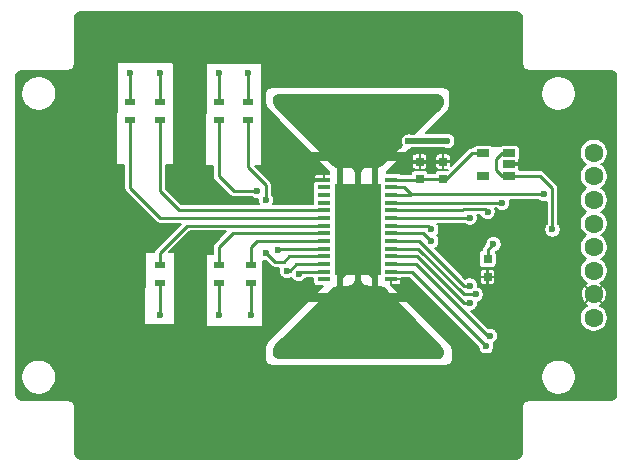
<source format=gbl>
G04 #@! TF.GenerationSoftware,KiCad,Pcbnew,(5.1.9)-1*
G04 #@! TF.CreationDate,2021-02-21T14:12:26-05:00*
G04 #@! TF.ProjectId,Dash_Warning_Panel,44617368-5f57-4617-926e-696e675f5061,rev?*
G04 #@! TF.SameCoordinates,Original*
G04 #@! TF.FileFunction,Copper,L2,Bot*
G04 #@! TF.FilePolarity,Positive*
%FSLAX46Y46*%
G04 Gerber Fmt 4.6, Leading zero omitted, Abs format (unit mm)*
G04 Created by KiCad (PCBNEW (5.1.9)-1) date 2021-02-21 14:12:26*
%MOMM*%
%LPD*%
G01*
G04 APERTURE LIST*
G04 #@! TA.AperFunction,ComponentPad*
%ADD10C,1.600000*%
G04 #@! TD*
G04 #@! TA.AperFunction,SMDPad,CuDef*
%ADD11R,1.100000X0.400000*%
G04 #@! TD*
G04 #@! TA.AperFunction,SMDPad,CuDef*
%ADD12R,4.000000X4.000000*%
G04 #@! TD*
G04 #@! TA.AperFunction,SMDPad,CuDef*
%ADD13R,0.750000X0.800000*%
G04 #@! TD*
G04 #@! TA.AperFunction,SMDPad,CuDef*
%ADD14R,0.900000X0.500000*%
G04 #@! TD*
G04 #@! TA.AperFunction,SMDPad,CuDef*
%ADD15R,1.060000X0.650000*%
G04 #@! TD*
G04 #@! TA.AperFunction,ViaPad*
%ADD16C,0.600000*%
G04 #@! TD*
G04 #@! TA.AperFunction,Conductor*
%ADD17C,0.220000*%
G04 #@! TD*
G04 #@! TA.AperFunction,Conductor*
%ADD18C,0.500000*%
G04 #@! TD*
G04 #@! TA.AperFunction,Conductor*
%ADD19C,0.800000*%
G04 #@! TD*
G04 #@! TA.AperFunction,Conductor*
%ADD20C,0.300000*%
G04 #@! TD*
G04 #@! TA.AperFunction,Conductor*
%ADD21C,0.250000*%
G04 #@! TD*
G04 #@! TA.AperFunction,Conductor*
%ADD22C,0.100000*%
G04 #@! TD*
G04 #@! TA.AperFunction,Conductor*
%ADD23C,0.170000*%
G04 #@! TD*
G04 APERTURE END LIST*
D10*
X219000000Y-121000000D03*
X219000000Y-123000000D03*
X219000000Y-125000000D03*
X219000000Y-127000000D03*
X219000000Y-129000000D03*
X219000000Y-131000000D03*
X219000000Y-133000000D03*
X219000000Y-135000000D03*
D11*
X196150000Y-123275000D03*
X196150000Y-123925000D03*
X196150000Y-124575000D03*
X196150000Y-125225000D03*
X196150000Y-125875000D03*
X196150000Y-126525000D03*
X196150000Y-127175000D03*
X196150000Y-127825000D03*
X196150000Y-128475000D03*
X196150000Y-129125000D03*
X196150000Y-129775000D03*
X196150000Y-130425000D03*
X196150000Y-131075000D03*
X196150000Y-131725000D03*
X201850000Y-131725000D03*
X201850000Y-131075000D03*
X201850000Y-130425000D03*
X201850000Y-129775000D03*
X201850000Y-129125000D03*
X201850000Y-128475000D03*
X201850000Y-127825000D03*
X201850000Y-127175000D03*
X201850000Y-126525000D03*
X201850000Y-125875000D03*
X201850000Y-125225000D03*
X201850000Y-124575000D03*
X201850000Y-123925000D03*
X201850000Y-123275000D03*
D12*
X199000000Y-125595000D03*
X199000000Y-129405000D03*
D13*
X210000000Y-131500000D03*
X210000000Y-130000000D03*
X206250000Y-121750000D03*
X206250000Y-123250000D03*
X204250000Y-123250000D03*
X204250000Y-121750000D03*
D14*
X182250000Y-118250000D03*
X182250000Y-116750000D03*
X179750000Y-118250000D03*
X179750000Y-116750000D03*
X182250000Y-130500000D03*
X182250000Y-132000000D03*
X187250000Y-132000000D03*
X187250000Y-130500000D03*
X190000000Y-130500000D03*
X190000000Y-132000000D03*
X187250000Y-118250000D03*
X187250000Y-116750000D03*
X189750000Y-116750000D03*
X189750000Y-118250000D03*
D15*
X209650000Y-121050000D03*
X209650000Y-122950000D03*
X211850000Y-122950000D03*
X211850000Y-122000000D03*
X211850000Y-121050000D03*
D16*
X203300000Y-120000000D03*
X206600000Y-120000000D03*
X210500000Y-128750000D03*
X210200000Y-136500000D03*
X215500000Y-127500000D03*
X194000000Y-131250000D03*
X193000000Y-131000000D03*
X213250000Y-133500000D03*
X216250000Y-126500000D03*
X197500000Y-111500000D03*
X211800000Y-139200000D03*
X182250000Y-134750000D03*
X187250000Y-134750000D03*
X190000000Y-134750000D03*
X187250000Y-114250000D03*
X189750000Y-114250000D03*
X179750000Y-114250000D03*
X182250000Y-114250000D03*
X209900000Y-137400000D03*
X214750000Y-124500000D03*
X211250000Y-125250000D03*
X210000000Y-126000000D03*
X208500000Y-126500000D03*
X205250000Y-127500000D03*
X205250000Y-128500000D03*
X208500000Y-132250000D03*
X209000000Y-133000000D03*
X208500000Y-133750000D03*
X192250000Y-129250000D03*
X190500000Y-124250000D03*
X191250000Y-129500000D03*
X191250000Y-125000000D03*
D17*
X210000000Y-130000000D02*
X210000000Y-129250000D01*
X210000000Y-129250000D02*
X210500000Y-128750000D01*
D18*
X206600000Y-120000000D02*
X203300000Y-120000000D01*
D17*
X210200000Y-136500000D02*
X210000000Y-136500000D01*
X210000000Y-136500000D02*
X203925000Y-130425000D01*
X203925000Y-130425000D02*
X201850000Y-130425000D01*
X215500000Y-124000000D02*
X215500000Y-127500000D01*
X211850000Y-121050000D02*
X211200000Y-121050000D01*
X211200000Y-121050000D02*
X210750000Y-121500000D01*
X210750000Y-121500000D02*
X210750000Y-122500000D01*
X211200000Y-122950000D02*
X211850000Y-122950000D01*
X210750000Y-122500000D02*
X211200000Y-122950000D01*
X214450000Y-122950000D02*
X215500000Y-124000000D01*
X211850000Y-122950000D02*
X214450000Y-122950000D01*
X194175000Y-131075000D02*
X194000000Y-131250000D01*
X196150000Y-131075000D02*
X194175000Y-131075000D01*
X193000000Y-131000000D02*
X193250000Y-131000000D01*
X193825000Y-130425000D02*
X196150000Y-130425000D01*
X193250000Y-131000000D02*
X193825000Y-130425000D01*
X204250000Y-121750000D02*
X206250000Y-121750000D01*
X204250000Y-121750000D02*
X202750000Y-121750000D01*
D18*
X199000000Y-129405000D02*
X199000000Y-133000000D01*
X199000000Y-129405000D02*
X199000000Y-130000000D01*
X199000000Y-130000000D02*
X197500000Y-131500000D01*
X199000000Y-130000000D02*
X200500000Y-131500000D01*
X199000000Y-125595000D02*
X199000000Y-125000000D01*
D17*
X199000000Y-133000000D02*
X199000000Y-136643000D01*
X199000000Y-136643000D02*
X199009000Y-136652000D01*
X199000000Y-125595000D02*
X199000000Y-129405000D01*
D18*
X197500000Y-132000000D02*
X197500000Y-120750000D01*
X197500000Y-132000000D02*
X197500000Y-133500000D01*
X197500000Y-131500000D02*
X197500000Y-132000000D01*
D17*
X197500000Y-120750000D02*
X200500000Y-120750000D01*
D18*
X200500000Y-120750000D02*
X200500000Y-133000000D01*
X200500000Y-131500000D02*
X200500000Y-133000000D01*
X200500000Y-133000000D02*
X200500000Y-133500000D01*
X199000000Y-125595000D02*
X199000000Y-120500000D01*
D17*
X196150000Y-123275000D02*
X195075000Y-123275000D01*
X195075000Y-123275000D02*
X194500000Y-122700000D01*
X194500000Y-122700000D02*
X194500000Y-121500000D01*
X194500000Y-121500000D02*
X194700000Y-121300000D01*
D19*
X194700000Y-121300000D02*
X203000000Y-121300000D01*
D20*
X211850000Y-122000000D02*
X213250000Y-122000000D01*
D19*
X194700000Y-133250000D02*
X203000000Y-133250000D01*
D17*
X182250000Y-134750000D02*
X182250000Y-132000000D01*
X187250000Y-134750000D02*
X187250000Y-132000000D01*
X190000000Y-134750000D02*
X190000000Y-132000000D01*
X187250000Y-114250000D02*
X187250000Y-116750000D01*
X189750000Y-114250000D02*
X189750000Y-116750000D01*
X179750000Y-114250000D02*
X179750000Y-116750000D01*
X182250000Y-114250000D02*
X182250000Y-116750000D01*
X203575000Y-131075000D02*
X201850000Y-131075000D01*
X209900000Y-137400000D02*
X203575000Y-131075000D01*
X201850000Y-123925000D02*
X202925000Y-123925000D01*
X202925000Y-123925000D02*
X203500000Y-124500000D01*
X203500000Y-124500000D02*
X207000000Y-124500000D01*
X203425000Y-124575000D02*
X203500000Y-124500000D01*
X201850000Y-124575000D02*
X203425000Y-124575000D01*
X207000000Y-124500000D02*
X214750000Y-124500000D01*
X211225000Y-125225000D02*
X201850000Y-125225000D01*
X211250000Y-125250000D02*
X211225000Y-125225000D01*
X210000000Y-126000000D02*
X209750000Y-125750000D01*
X209750000Y-125750000D02*
X208000000Y-125750000D01*
X207875000Y-125875000D02*
X208000000Y-125750000D01*
X201850000Y-125875000D02*
X207875000Y-125875000D01*
X208500000Y-126500000D02*
X208475000Y-126525000D01*
X208475000Y-126525000D02*
X201850000Y-126525000D01*
X204925000Y-127175000D02*
X201850000Y-127175000D01*
X205250000Y-127500000D02*
X204925000Y-127175000D01*
X204075000Y-127825000D02*
X201850000Y-127825000D01*
X204575000Y-127825000D02*
X204075000Y-127825000D01*
X205250000Y-128500000D02*
X204575000Y-127825000D01*
X208500000Y-132250000D02*
X208000000Y-132250000D01*
X208000000Y-132250000D02*
X204225000Y-128475000D01*
X204225000Y-128475000D02*
X201850000Y-128475000D01*
X204125000Y-129125000D02*
X201850000Y-129125000D01*
X209000000Y-133000000D02*
X208000000Y-133000000D01*
X208000000Y-133000000D02*
X204125000Y-129125000D01*
X204025000Y-129775000D02*
X201850000Y-129775000D01*
X208000000Y-133750000D02*
X204025000Y-129775000D01*
X208500000Y-133750000D02*
X208000000Y-133750000D01*
X196150000Y-125875000D02*
X183875000Y-125875000D01*
X182250000Y-124250000D02*
X182250000Y-118250000D01*
X183875000Y-125875000D02*
X182250000Y-124250000D01*
X196150000Y-126525000D02*
X182275000Y-126525000D01*
X179750000Y-124000000D02*
X179750000Y-118250000D01*
X182275000Y-126525000D02*
X179750000Y-124000000D01*
X196150000Y-127175000D02*
X184575000Y-127175000D01*
X182250000Y-129500000D02*
X182250000Y-130500000D01*
X184575000Y-127175000D02*
X182250000Y-129500000D01*
X196150000Y-127825000D02*
X188425000Y-127825000D01*
X187250000Y-129000000D02*
X187250000Y-130500000D01*
X188425000Y-127825000D02*
X187250000Y-129000000D01*
X196150000Y-128475000D02*
X190525000Y-128475000D01*
X190000000Y-129000000D02*
X190000000Y-130500000D01*
X190525000Y-128475000D02*
X190000000Y-129000000D01*
X196150000Y-129125000D02*
X192375000Y-129125000D01*
X192375000Y-129125000D02*
X192250000Y-129250000D01*
X190500000Y-124250000D02*
X188500000Y-124250000D01*
X188500000Y-124250000D02*
X187250000Y-123000000D01*
X187250000Y-123000000D02*
X187250000Y-118250000D01*
X191250000Y-125000000D02*
X191250000Y-123750000D01*
X189750000Y-122250000D02*
X189750000Y-118250000D01*
X191250000Y-123750000D02*
X189750000Y-122250000D01*
X192000000Y-130250000D02*
X191250000Y-129500000D01*
X192750000Y-130250000D02*
X192000000Y-130250000D01*
X196150000Y-129775000D02*
X193225000Y-129775000D01*
X193225000Y-129775000D02*
X192750000Y-130250000D01*
X204225000Y-123275000D02*
X204250000Y-123250000D01*
X201850000Y-123275000D02*
X204225000Y-123275000D01*
X204250000Y-123250000D02*
X206250000Y-123250000D01*
X209650000Y-121050000D02*
X208700000Y-121050000D01*
X206500000Y-123250000D02*
X206250000Y-123250000D01*
X208700000Y-121050000D02*
X206500000Y-123250000D01*
D21*
X199005000Y-131648750D02*
X199086250Y-131730000D01*
X199141034Y-131730045D01*
X199142259Y-131739352D01*
X199209246Y-131989352D01*
X199217878Y-132012286D01*
X199230818Y-132033095D01*
X199241599Y-132045388D01*
X199424612Y-132228401D01*
X199443554Y-132243947D01*
X199465165Y-132255498D01*
X199480648Y-132260754D01*
X199730648Y-132327741D01*
X199763000Y-132332000D01*
X200805164Y-132332000D01*
X201116343Y-132463061D01*
X206000677Y-137464603D01*
X206124485Y-137769570D01*
X206124037Y-137968787D01*
X206077017Y-138142961D01*
X205961346Y-138258372D01*
X205787066Y-138305000D01*
X192286457Y-138305000D01*
X192084704Y-138250941D01*
X191949059Y-138115296D01*
X191895000Y-137913543D01*
X191895000Y-137649900D01*
X192026122Y-137338662D01*
X197028123Y-132455755D01*
X197332060Y-132332000D01*
X198255000Y-132332000D01*
X198287352Y-132327741D01*
X198537352Y-132260754D01*
X198560286Y-132252122D01*
X198581095Y-132239182D01*
X198593388Y-132228401D01*
X198776401Y-132045388D01*
X198791947Y-132026446D01*
X198803498Y-132004835D01*
X198808754Y-131989352D01*
X198875741Y-131739352D01*
X198876968Y-131730030D01*
X198913750Y-131730000D01*
X198995000Y-131648750D01*
X198995000Y-131205098D01*
X199005000Y-131200956D01*
X199005000Y-131648750D01*
G04 #@! TA.AperFunction,Conductor*
D22*
G36*
X199005000Y-131648750D02*
G01*
X199086250Y-131730000D01*
X199141034Y-131730045D01*
X199142259Y-131739352D01*
X199209246Y-131989352D01*
X199217878Y-132012286D01*
X199230818Y-132033095D01*
X199241599Y-132045388D01*
X199424612Y-132228401D01*
X199443554Y-132243947D01*
X199465165Y-132255498D01*
X199480648Y-132260754D01*
X199730648Y-132327741D01*
X199763000Y-132332000D01*
X200805164Y-132332000D01*
X201116343Y-132463061D01*
X206000677Y-137464603D01*
X206124485Y-137769570D01*
X206124037Y-137968787D01*
X206077017Y-138142961D01*
X205961346Y-138258372D01*
X205787066Y-138305000D01*
X192286457Y-138305000D01*
X192084704Y-138250941D01*
X191949059Y-138115296D01*
X191895000Y-137913543D01*
X191895000Y-137649900D01*
X192026122Y-137338662D01*
X197028123Y-132455755D01*
X197332060Y-132332000D01*
X198255000Y-132332000D01*
X198287352Y-132327741D01*
X198537352Y-132260754D01*
X198560286Y-132252122D01*
X198581095Y-132239182D01*
X198593388Y-132228401D01*
X198776401Y-132045388D01*
X198791947Y-132026446D01*
X198803498Y-132004835D01*
X198808754Y-131989352D01*
X198875741Y-131739352D01*
X198876968Y-131730030D01*
X198913750Y-131730000D01*
X198995000Y-131648750D01*
X198995000Y-131205098D01*
X199005000Y-131200956D01*
X199005000Y-131648750D01*
G37*
G04 #@! TD.AperFunction*
D23*
X212706002Y-109143197D02*
X212856803Y-109293998D01*
X212915000Y-109511192D01*
X212915000Y-113500000D01*
X212917896Y-113522000D01*
X212984883Y-113772000D01*
X212990753Y-113787594D01*
X212999552Y-113801745D01*
X213006883Y-113810104D01*
X213189896Y-113993117D01*
X213202777Y-114003688D01*
X213217472Y-114011543D01*
X213228000Y-114015117D01*
X213478000Y-114082104D01*
X213500000Y-114085000D01*
X220488808Y-114085000D01*
X220706002Y-114143197D01*
X220856803Y-114293998D01*
X220915000Y-114511192D01*
X220915000Y-141488808D01*
X220856803Y-141706002D01*
X220706002Y-141856803D01*
X220488808Y-141915000D01*
X213500000Y-141915000D01*
X213478000Y-141917896D01*
X213228000Y-141984883D01*
X213212406Y-141990753D01*
X213198255Y-141999552D01*
X213189896Y-142006883D01*
X213006883Y-142189896D01*
X212996312Y-142202777D01*
X212988457Y-142217472D01*
X212984883Y-142228000D01*
X212917896Y-142478000D01*
X212915000Y-142500000D01*
X212915000Y-146488808D01*
X212856803Y-146706002D01*
X212706002Y-146856803D01*
X212488808Y-146915000D01*
X175511192Y-146915000D01*
X175293998Y-146856803D01*
X175143197Y-146706002D01*
X175085000Y-146488808D01*
X175085000Y-142500000D01*
X175082104Y-142478000D01*
X175015117Y-142228000D01*
X175009247Y-142212406D01*
X175000448Y-142198255D01*
X174993117Y-142189896D01*
X174810104Y-142006883D01*
X174797223Y-141996312D01*
X174782528Y-141988457D01*
X174772000Y-141984883D01*
X174522000Y-141917896D01*
X174500000Y-141915000D01*
X170511192Y-141915000D01*
X170293998Y-141856803D01*
X170143197Y-141706002D01*
X170085000Y-141488808D01*
X170085000Y-139853740D01*
X170515000Y-139853740D01*
X170515000Y-140146260D01*
X170572068Y-140433158D01*
X170684010Y-140703411D01*
X170846525Y-140946632D01*
X171053368Y-141153475D01*
X171296589Y-141315990D01*
X171566842Y-141427932D01*
X171853740Y-141485000D01*
X172146260Y-141485000D01*
X172433158Y-141427932D01*
X172703411Y-141315990D01*
X172946632Y-141153475D01*
X173153475Y-140946632D01*
X173315990Y-140703411D01*
X173427932Y-140433158D01*
X173485000Y-140146260D01*
X173485000Y-139853740D01*
X214515000Y-139853740D01*
X214515000Y-140146260D01*
X214572068Y-140433158D01*
X214684010Y-140703411D01*
X214846525Y-140946632D01*
X215053368Y-141153475D01*
X215296589Y-141315990D01*
X215566842Y-141427932D01*
X215853740Y-141485000D01*
X216146260Y-141485000D01*
X216433158Y-141427932D01*
X216703411Y-141315990D01*
X216946632Y-141153475D01*
X217153475Y-140946632D01*
X217315990Y-140703411D01*
X217427932Y-140433158D01*
X217485000Y-140146260D01*
X217485000Y-139853740D01*
X217427932Y-139566842D01*
X217315990Y-139296589D01*
X217153475Y-139053368D01*
X216946632Y-138846525D01*
X216703411Y-138684010D01*
X216433158Y-138572068D01*
X216146260Y-138515000D01*
X215853740Y-138515000D01*
X215566842Y-138572068D01*
X215296589Y-138684010D01*
X215053368Y-138846525D01*
X214846525Y-139053368D01*
X214684010Y-139296589D01*
X214572068Y-139566842D01*
X214515000Y-139853740D01*
X173485000Y-139853740D01*
X173427932Y-139566842D01*
X173315990Y-139296589D01*
X173153475Y-139053368D01*
X172946632Y-138846525D01*
X172703411Y-138684010D01*
X172433158Y-138572068D01*
X172146260Y-138515000D01*
X171853740Y-138515000D01*
X171566842Y-138572068D01*
X171296589Y-138684010D01*
X171053368Y-138846525D01*
X170846525Y-139053368D01*
X170684010Y-139296589D01*
X170572068Y-139566842D01*
X170515000Y-139853740D01*
X170085000Y-139853740D01*
X170085000Y-121949503D01*
X178575008Y-121949503D01*
X178576640Y-121966583D01*
X178581477Y-121982528D01*
X178589332Y-121997223D01*
X178599903Y-122010104D01*
X178612784Y-122020675D01*
X178627479Y-122028530D01*
X178643424Y-122033367D01*
X178660007Y-122035000D01*
X179255000Y-122035000D01*
X179255000Y-123975693D01*
X179252606Y-124000000D01*
X179255000Y-124024307D01*
X179255000Y-124024317D01*
X179262162Y-124097036D01*
X179290467Y-124190344D01*
X179336431Y-124276338D01*
X179398289Y-124351711D01*
X179417178Y-124367213D01*
X181907791Y-126857827D01*
X181923289Y-126876711D01*
X181942173Y-126892209D01*
X181942177Y-126892213D01*
X181988037Y-126929849D01*
X181998662Y-126938569D01*
X182084655Y-126984533D01*
X182177963Y-127012838D01*
X182250682Y-127020000D01*
X182250692Y-127020000D01*
X182274999Y-127022394D01*
X182299306Y-127020000D01*
X184029964Y-127020000D01*
X181917178Y-129132787D01*
X181898289Y-129148289D01*
X181836431Y-129223662D01*
X181790467Y-129309656D01*
X181766095Y-129390000D01*
X181062229Y-129390000D01*
X181045983Y-129391567D01*
X181030019Y-129396339D01*
X181015292Y-129404135D01*
X181002368Y-129414653D01*
X180991746Y-129427491D01*
X180983831Y-129442155D01*
X180978930Y-129458080D01*
X180977230Y-129474656D01*
X180952772Y-135524656D01*
X180954404Y-135541583D01*
X180959241Y-135557528D01*
X180967096Y-135572223D01*
X180977667Y-135585104D01*
X180990548Y-135595675D01*
X181005243Y-135603530D01*
X181021188Y-135608367D01*
X181037771Y-135610000D01*
X183462771Y-135610000D01*
X183479705Y-135608296D01*
X183495630Y-135603392D01*
X183510292Y-135595475D01*
X183523128Y-135584850D01*
X183533645Y-135571925D01*
X183541437Y-135557196D01*
X183546207Y-135541231D01*
X183547770Y-135524641D01*
X183522228Y-129474641D01*
X183520596Y-129458417D01*
X183515759Y-129442472D01*
X183507904Y-129427777D01*
X183497333Y-129414896D01*
X183484452Y-129404325D01*
X183469757Y-129396470D01*
X183453812Y-129391633D01*
X183437229Y-129390000D01*
X183060035Y-129390000D01*
X184780036Y-127670000D01*
X187879964Y-127670000D01*
X186917178Y-128632787D01*
X186898289Y-128648289D01*
X186836431Y-128723662D01*
X186790467Y-128809656D01*
X186762162Y-128902964D01*
X186755000Y-128975683D01*
X186755000Y-128975693D01*
X186752606Y-129000000D01*
X186755000Y-129024308D01*
X186755000Y-129565000D01*
X186287500Y-129565000D01*
X186271254Y-129566567D01*
X186255290Y-129571339D01*
X186240563Y-129579135D01*
X186227639Y-129589653D01*
X186217017Y-129602491D01*
X186209102Y-129617155D01*
X186204201Y-129633080D01*
X186202501Y-129649656D01*
X186178043Y-135699656D01*
X186179675Y-135716583D01*
X186184512Y-135732528D01*
X186192367Y-135747223D01*
X186202938Y-135760104D01*
X186215819Y-135770675D01*
X186230514Y-135778530D01*
X186246459Y-135783367D01*
X186263042Y-135785000D01*
X190938042Y-135785000D01*
X190954976Y-135783296D01*
X190970901Y-135778392D01*
X190985563Y-135770475D01*
X190998399Y-135759850D01*
X191008916Y-135746925D01*
X191016708Y-135732196D01*
X191021478Y-135716231D01*
X191023041Y-135699641D01*
X190999560Y-130137702D01*
X191050193Y-130158675D01*
X191182533Y-130185000D01*
X191234965Y-130185000D01*
X191632791Y-130582827D01*
X191648289Y-130601711D01*
X191667173Y-130617209D01*
X191667177Y-130617213D01*
X191712426Y-130654348D01*
X191723662Y-130663569D01*
X191809655Y-130709533D01*
X191902963Y-130737838D01*
X191975682Y-130745000D01*
X191975692Y-130745000D01*
X191999999Y-130747394D01*
X192024306Y-130745000D01*
X192364186Y-130745000D01*
X192341325Y-130800193D01*
X192315000Y-130932533D01*
X192315000Y-131067467D01*
X192341325Y-131199807D01*
X192392961Y-131324469D01*
X192467926Y-131436662D01*
X192563338Y-131532074D01*
X192675531Y-131607039D01*
X192800193Y-131658675D01*
X192932533Y-131685000D01*
X193067467Y-131685000D01*
X193199807Y-131658675D01*
X193324469Y-131607039D01*
X193388680Y-131564134D01*
X193392961Y-131574469D01*
X193467926Y-131686662D01*
X193563338Y-131782074D01*
X193675531Y-131857039D01*
X193800193Y-131908675D01*
X193932533Y-131935000D01*
X194067467Y-131935000D01*
X194199807Y-131908675D01*
X194324469Y-131857039D01*
X194436662Y-131782074D01*
X194532074Y-131686662D01*
X194607039Y-131574469D01*
X194608890Y-131570000D01*
X195213138Y-131570000D01*
X195213138Y-131925000D01*
X195220571Y-132000473D01*
X195242586Y-132073046D01*
X195278336Y-132139929D01*
X195326447Y-132198553D01*
X195385071Y-132246664D01*
X195451954Y-132282414D01*
X195524527Y-132304429D01*
X195600000Y-132311862D01*
X196067930Y-132311862D01*
X191336343Y-137043449D01*
X191325772Y-137056330D01*
X191317917Y-137071025D01*
X191171470Y-137424579D01*
X191166633Y-137440524D01*
X191165000Y-137457107D01*
X191165000Y-138500000D01*
X191167896Y-138522000D01*
X191234883Y-138772000D01*
X191240753Y-138787594D01*
X191249552Y-138801745D01*
X191256883Y-138810104D01*
X191439896Y-138993117D01*
X191452777Y-139003688D01*
X191467472Y-139011543D01*
X191478000Y-139015117D01*
X191728000Y-139082104D01*
X191750000Y-139085000D01*
X206500000Y-139085000D01*
X206522000Y-139082104D01*
X206772000Y-139015117D01*
X206787594Y-139009247D01*
X206801745Y-139000448D01*
X206810104Y-138993117D01*
X206993117Y-138810104D01*
X207003688Y-138797223D01*
X207011543Y-138782528D01*
X207015117Y-138772000D01*
X207082104Y-138522000D01*
X207085000Y-138500000D01*
X207085000Y-137707107D01*
X207083367Y-137690524D01*
X207078530Y-137674579D01*
X206932083Y-137321025D01*
X206924228Y-137306330D01*
X206913657Y-137293449D01*
X201801979Y-132181771D01*
X201845000Y-132138750D01*
X201845000Y-131730000D01*
X201855000Y-131730000D01*
X201855000Y-132138750D01*
X201926250Y-132210000D01*
X202400000Y-132211379D01*
X202455870Y-132205876D01*
X202509592Y-132189580D01*
X202559104Y-132163115D01*
X202602501Y-132127501D01*
X202638115Y-132084104D01*
X202664580Y-132034592D01*
X202680876Y-131980870D01*
X202686379Y-131925000D01*
X202685000Y-131801250D01*
X202613750Y-131730000D01*
X201855000Y-131730000D01*
X201845000Y-131730000D01*
X201825000Y-131730000D01*
X201825000Y-131720000D01*
X201845000Y-131720000D01*
X201845000Y-131700000D01*
X201855000Y-131700000D01*
X201855000Y-131720000D01*
X202613750Y-131720000D01*
X202685000Y-131648750D01*
X202685878Y-131570000D01*
X203369965Y-131570000D01*
X209215000Y-137415036D01*
X209215000Y-137467467D01*
X209241325Y-137599807D01*
X209292961Y-137724469D01*
X209367926Y-137836662D01*
X209463338Y-137932074D01*
X209575531Y-138007039D01*
X209700193Y-138058675D01*
X209832533Y-138085000D01*
X209967467Y-138085000D01*
X210099807Y-138058675D01*
X210224469Y-138007039D01*
X210336662Y-137932074D01*
X210432074Y-137836662D01*
X210507039Y-137724469D01*
X210558675Y-137599807D01*
X210585000Y-137467467D01*
X210585000Y-137332533D01*
X210558675Y-137200193D01*
X210520731Y-137108587D01*
X210524469Y-137107039D01*
X210636662Y-137032074D01*
X210732074Y-136936662D01*
X210807039Y-136824469D01*
X210858675Y-136699807D01*
X210885000Y-136567467D01*
X210885000Y-136432533D01*
X210858675Y-136300193D01*
X210807039Y-136175531D01*
X210732074Y-136063338D01*
X210636662Y-135967926D01*
X210524469Y-135892961D01*
X210399807Y-135841325D01*
X210267467Y-135815000D01*
X210132533Y-135815000D01*
X210034531Y-135834495D01*
X209083324Y-134883288D01*
X217815000Y-134883288D01*
X217815000Y-135116712D01*
X217860539Y-135345652D01*
X217949866Y-135561308D01*
X218079550Y-135755394D01*
X218244606Y-135920450D01*
X218438692Y-136050134D01*
X218654348Y-136139461D01*
X218883288Y-136185000D01*
X219116712Y-136185000D01*
X219345652Y-136139461D01*
X219561308Y-136050134D01*
X219755394Y-135920450D01*
X219920450Y-135755394D01*
X220050134Y-135561308D01*
X220139461Y-135345652D01*
X220185000Y-135116712D01*
X220185000Y-134883288D01*
X220139461Y-134654348D01*
X220050134Y-134438692D01*
X219920450Y-134244606D01*
X219755394Y-134079550D01*
X219561308Y-133949866D01*
X219542839Y-133942216D01*
X219573911Y-133926968D01*
X219636781Y-133884960D01*
X219716998Y-133724069D01*
X219000000Y-133007071D01*
X218283002Y-133724069D01*
X218363219Y-133884960D01*
X218459950Y-133941061D01*
X218438692Y-133949866D01*
X218244606Y-134079550D01*
X218079550Y-134244606D01*
X217949866Y-134438692D01*
X217860539Y-134654348D01*
X217815000Y-134883288D01*
X209083324Y-134883288D01*
X208623825Y-134423789D01*
X208699807Y-134408675D01*
X208824469Y-134357039D01*
X208936662Y-134282074D01*
X209032074Y-134186662D01*
X209107039Y-134074469D01*
X209158675Y-133949807D01*
X209185000Y-133817467D01*
X209185000Y-133682533D01*
X209180998Y-133662416D01*
X209199807Y-133658675D01*
X209324469Y-133607039D01*
X209436662Y-133532074D01*
X209532074Y-133436662D01*
X209607039Y-133324469D01*
X209658675Y-133199807D01*
X209685000Y-133067467D01*
X209685000Y-132962193D01*
X217910406Y-132962193D01*
X217923967Y-133175489D01*
X217978878Y-133382041D01*
X218073032Y-133573911D01*
X218115040Y-133636781D01*
X218275931Y-133716998D01*
X218992929Y-133000000D01*
X219007071Y-133000000D01*
X219724069Y-133716998D01*
X219884960Y-133636781D01*
X219992186Y-133451899D01*
X220061282Y-133249650D01*
X220089594Y-133037807D01*
X220076033Y-132824511D01*
X220021122Y-132617959D01*
X219926968Y-132426089D01*
X219884960Y-132363219D01*
X219724069Y-132283002D01*
X219007071Y-133000000D01*
X218992929Y-133000000D01*
X218275931Y-132283002D01*
X218115040Y-132363219D01*
X218007814Y-132548101D01*
X217938718Y-132750350D01*
X217910406Y-132962193D01*
X209685000Y-132962193D01*
X209685000Y-132932533D01*
X209658675Y-132800193D01*
X209607039Y-132675531D01*
X209532074Y-132563338D01*
X209436662Y-132467926D01*
X209324469Y-132392961D01*
X209199807Y-132341325D01*
X209180998Y-132337584D01*
X209185000Y-132317467D01*
X209185000Y-132182533D01*
X209158675Y-132050193D01*
X209107039Y-131925531D01*
X209089980Y-131900000D01*
X209338621Y-131900000D01*
X209344124Y-131955870D01*
X209360420Y-132009592D01*
X209386885Y-132059104D01*
X209422499Y-132102501D01*
X209465896Y-132138115D01*
X209515408Y-132164580D01*
X209569130Y-132180876D01*
X209625000Y-132186379D01*
X209923750Y-132185000D01*
X209995000Y-132113750D01*
X209995000Y-131505000D01*
X210005000Y-131505000D01*
X210005000Y-132113750D01*
X210076250Y-132185000D01*
X210375000Y-132186379D01*
X210430870Y-132180876D01*
X210484592Y-132164580D01*
X210534104Y-132138115D01*
X210577501Y-132102501D01*
X210613115Y-132059104D01*
X210639580Y-132009592D01*
X210655876Y-131955870D01*
X210661379Y-131900000D01*
X210660000Y-131576250D01*
X210588750Y-131505000D01*
X210005000Y-131505000D01*
X209995000Y-131505000D01*
X209411250Y-131505000D01*
X209340000Y-131576250D01*
X209338621Y-131900000D01*
X209089980Y-131900000D01*
X209032074Y-131813338D01*
X208936662Y-131717926D01*
X208824469Y-131642961D01*
X208699807Y-131591325D01*
X208567467Y-131565000D01*
X208432533Y-131565000D01*
X208300193Y-131591325D01*
X208175531Y-131642961D01*
X208126055Y-131676020D01*
X207550035Y-131100000D01*
X209338621Y-131100000D01*
X209340000Y-131423750D01*
X209411250Y-131495000D01*
X209995000Y-131495000D01*
X209995000Y-130886250D01*
X210005000Y-130886250D01*
X210005000Y-131495000D01*
X210588750Y-131495000D01*
X210660000Y-131423750D01*
X210661379Y-131100000D01*
X210655876Y-131044130D01*
X210639580Y-130990408D01*
X210613115Y-130940896D01*
X210577501Y-130897499D01*
X210534104Y-130861885D01*
X210484592Y-130835420D01*
X210430870Y-130819124D01*
X210375000Y-130813621D01*
X210076250Y-130815000D01*
X210005000Y-130886250D01*
X209995000Y-130886250D01*
X209923750Y-130815000D01*
X209625000Y-130813621D01*
X209569130Y-130819124D01*
X209515408Y-130835420D01*
X209465896Y-130861885D01*
X209422499Y-130897499D01*
X209386885Y-130940896D01*
X209360420Y-130990408D01*
X209344124Y-131044130D01*
X209338621Y-131100000D01*
X207550035Y-131100000D01*
X206050035Y-129600000D01*
X209238138Y-129600000D01*
X209238138Y-130400000D01*
X209245571Y-130475473D01*
X209267586Y-130548046D01*
X209303336Y-130614929D01*
X209351447Y-130673553D01*
X209410071Y-130721664D01*
X209476954Y-130757414D01*
X209549527Y-130779429D01*
X209625000Y-130786862D01*
X210375000Y-130786862D01*
X210450473Y-130779429D01*
X210523046Y-130757414D01*
X210589929Y-130721664D01*
X210648553Y-130673553D01*
X210696664Y-130614929D01*
X210732414Y-130548046D01*
X210754429Y-130475473D01*
X210761862Y-130400000D01*
X210761862Y-129600000D01*
X210754429Y-129524527D01*
X210732414Y-129451954D01*
X210707563Y-129405462D01*
X210824469Y-129357039D01*
X210936662Y-129282074D01*
X211032074Y-129186662D01*
X211107039Y-129074469D01*
X211158675Y-128949807D01*
X211185000Y-128817467D01*
X211185000Y-128682533D01*
X211158675Y-128550193D01*
X211107039Y-128425531D01*
X211032074Y-128313338D01*
X210936662Y-128217926D01*
X210824469Y-128142961D01*
X210699807Y-128091325D01*
X210567467Y-128065000D01*
X210432533Y-128065000D01*
X210300193Y-128091325D01*
X210175531Y-128142961D01*
X210063338Y-128217926D01*
X209967926Y-128313338D01*
X209892961Y-128425531D01*
X209841325Y-128550193D01*
X209815000Y-128682533D01*
X209815000Y-128734965D01*
X209667173Y-128882792D01*
X209648290Y-128898289D01*
X209632792Y-128917173D01*
X209632787Y-128917178D01*
X209586431Y-128973662D01*
X209540467Y-129059656D01*
X209535974Y-129074469D01*
X209512163Y-129152963D01*
X209505798Y-129217586D01*
X209504149Y-129234336D01*
X209476954Y-129242586D01*
X209410071Y-129278336D01*
X209351447Y-129326447D01*
X209303336Y-129385071D01*
X209267586Y-129451954D01*
X209245571Y-129524527D01*
X209238138Y-129600000D01*
X206050035Y-129600000D01*
X205562169Y-129112134D01*
X205574469Y-129107039D01*
X205686662Y-129032074D01*
X205782074Y-128936662D01*
X205857039Y-128824469D01*
X205908675Y-128699807D01*
X205935000Y-128567467D01*
X205935000Y-128432533D01*
X205908675Y-128300193D01*
X205857039Y-128175531D01*
X205782074Y-128063338D01*
X205718736Y-128000000D01*
X205782074Y-127936662D01*
X205857039Y-127824469D01*
X205908675Y-127699807D01*
X205935000Y-127567467D01*
X205935000Y-127432533D01*
X205908675Y-127300193D01*
X205857039Y-127175531D01*
X205782074Y-127063338D01*
X205738736Y-127020000D01*
X208051264Y-127020000D01*
X208063338Y-127032074D01*
X208175531Y-127107039D01*
X208300193Y-127158675D01*
X208432533Y-127185000D01*
X208567467Y-127185000D01*
X208699807Y-127158675D01*
X208824469Y-127107039D01*
X208936662Y-127032074D01*
X209032074Y-126936662D01*
X209107039Y-126824469D01*
X209158675Y-126699807D01*
X209185000Y-126567467D01*
X209185000Y-126432533D01*
X209158675Y-126300193D01*
X209135814Y-126245000D01*
X209360044Y-126245000D01*
X209392961Y-126324469D01*
X209467926Y-126436662D01*
X209563338Y-126532074D01*
X209675531Y-126607039D01*
X209800193Y-126658675D01*
X209932533Y-126685000D01*
X210067467Y-126685000D01*
X210199807Y-126658675D01*
X210324469Y-126607039D01*
X210436662Y-126532074D01*
X210532074Y-126436662D01*
X210607039Y-126324469D01*
X210658675Y-126199807D01*
X210685000Y-126067467D01*
X210685000Y-125932533D01*
X210658675Y-125800193D01*
X210625458Y-125720000D01*
X210751264Y-125720000D01*
X210813338Y-125782074D01*
X210925531Y-125857039D01*
X211050193Y-125908675D01*
X211182533Y-125935000D01*
X211317467Y-125935000D01*
X211449807Y-125908675D01*
X211574469Y-125857039D01*
X211686662Y-125782074D01*
X211782074Y-125686662D01*
X211857039Y-125574469D01*
X211908675Y-125449807D01*
X211935000Y-125317467D01*
X211935000Y-125182533D01*
X211908675Y-125050193D01*
X211885814Y-124995000D01*
X214276264Y-124995000D01*
X214313338Y-125032074D01*
X214425531Y-125107039D01*
X214550193Y-125158675D01*
X214682533Y-125185000D01*
X214817467Y-125185000D01*
X214949807Y-125158675D01*
X215005000Y-125135813D01*
X215005001Y-127026263D01*
X214967926Y-127063338D01*
X214892961Y-127175531D01*
X214841325Y-127300193D01*
X214815000Y-127432533D01*
X214815000Y-127567467D01*
X214841325Y-127699807D01*
X214892961Y-127824469D01*
X214967926Y-127936662D01*
X215063338Y-128032074D01*
X215175531Y-128107039D01*
X215300193Y-128158675D01*
X215432533Y-128185000D01*
X215567467Y-128185000D01*
X215699807Y-128158675D01*
X215824469Y-128107039D01*
X215936662Y-128032074D01*
X216032074Y-127936662D01*
X216107039Y-127824469D01*
X216158675Y-127699807D01*
X216185000Y-127567467D01*
X216185000Y-127432533D01*
X216158675Y-127300193D01*
X216107039Y-127175531D01*
X216032074Y-127063338D01*
X215995000Y-127026264D01*
X215995000Y-124024306D01*
X215997394Y-123999999D01*
X215995000Y-123975692D01*
X215995000Y-123975682D01*
X215987838Y-123902963D01*
X215959533Y-123809655D01*
X215913569Y-123723662D01*
X215904849Y-123713037D01*
X215867213Y-123667177D01*
X215867209Y-123667173D01*
X215851711Y-123648289D01*
X215832827Y-123632791D01*
X214817212Y-122617177D01*
X214801711Y-122598289D01*
X214726338Y-122536431D01*
X214640345Y-122490467D01*
X214547037Y-122462162D01*
X214474318Y-122455000D01*
X214474307Y-122455000D01*
X214450000Y-122452606D01*
X214425693Y-122455000D01*
X212725679Y-122455000D01*
X212701664Y-122410071D01*
X212662679Y-122362567D01*
X212666379Y-122325000D01*
X212665000Y-122076250D01*
X212593750Y-122005000D01*
X212585000Y-122005000D01*
X212585000Y-121995000D01*
X212593750Y-121995000D01*
X212665000Y-121923750D01*
X212666379Y-121675000D01*
X212662679Y-121637433D01*
X212701664Y-121589929D01*
X212737414Y-121523046D01*
X212759429Y-121450473D01*
X212766862Y-121375000D01*
X212766862Y-120883288D01*
X217815000Y-120883288D01*
X217815000Y-121116712D01*
X217860539Y-121345652D01*
X217949866Y-121561308D01*
X218079550Y-121755394D01*
X218244606Y-121920450D01*
X218363661Y-122000000D01*
X218244606Y-122079550D01*
X218079550Y-122244606D01*
X217949866Y-122438692D01*
X217860539Y-122654348D01*
X217815000Y-122883288D01*
X217815000Y-123116712D01*
X217860539Y-123345652D01*
X217949866Y-123561308D01*
X218079550Y-123755394D01*
X218244606Y-123920450D01*
X218363661Y-124000000D01*
X218244606Y-124079550D01*
X218079550Y-124244606D01*
X217949866Y-124438692D01*
X217860539Y-124654348D01*
X217815000Y-124883288D01*
X217815000Y-125116712D01*
X217860539Y-125345652D01*
X217949866Y-125561308D01*
X218079550Y-125755394D01*
X218244606Y-125920450D01*
X218363661Y-126000000D01*
X218244606Y-126079550D01*
X218079550Y-126244606D01*
X217949866Y-126438692D01*
X217860539Y-126654348D01*
X217815000Y-126883288D01*
X217815000Y-127116712D01*
X217860539Y-127345652D01*
X217949866Y-127561308D01*
X218079550Y-127755394D01*
X218244606Y-127920450D01*
X218363661Y-128000000D01*
X218244606Y-128079550D01*
X218079550Y-128244606D01*
X217949866Y-128438692D01*
X217860539Y-128654348D01*
X217815000Y-128883288D01*
X217815000Y-129116712D01*
X217860539Y-129345652D01*
X217949866Y-129561308D01*
X218079550Y-129755394D01*
X218244606Y-129920450D01*
X218363661Y-130000000D01*
X218244606Y-130079550D01*
X218079550Y-130244606D01*
X217949866Y-130438692D01*
X217860539Y-130654348D01*
X217815000Y-130883288D01*
X217815000Y-131116712D01*
X217860539Y-131345652D01*
X217949866Y-131561308D01*
X218079550Y-131755394D01*
X218244606Y-131920450D01*
X218438692Y-132050134D01*
X218457161Y-132057784D01*
X218426089Y-132073032D01*
X218363219Y-132115040D01*
X218283002Y-132275931D01*
X219000000Y-132992929D01*
X219716998Y-132275931D01*
X219636781Y-132115040D01*
X219540050Y-132058939D01*
X219561308Y-132050134D01*
X219755394Y-131920450D01*
X219920450Y-131755394D01*
X220050134Y-131561308D01*
X220139461Y-131345652D01*
X220185000Y-131116712D01*
X220185000Y-130883288D01*
X220139461Y-130654348D01*
X220050134Y-130438692D01*
X219920450Y-130244606D01*
X219755394Y-130079550D01*
X219636339Y-130000000D01*
X219755394Y-129920450D01*
X219920450Y-129755394D01*
X220050134Y-129561308D01*
X220139461Y-129345652D01*
X220185000Y-129116712D01*
X220185000Y-128883288D01*
X220139461Y-128654348D01*
X220050134Y-128438692D01*
X219920450Y-128244606D01*
X219755394Y-128079550D01*
X219636339Y-128000000D01*
X219755394Y-127920450D01*
X219920450Y-127755394D01*
X220050134Y-127561308D01*
X220139461Y-127345652D01*
X220185000Y-127116712D01*
X220185000Y-126883288D01*
X220139461Y-126654348D01*
X220050134Y-126438692D01*
X219920450Y-126244606D01*
X219755394Y-126079550D01*
X219636339Y-126000000D01*
X219755394Y-125920450D01*
X219920450Y-125755394D01*
X220050134Y-125561308D01*
X220139461Y-125345652D01*
X220185000Y-125116712D01*
X220185000Y-124883288D01*
X220139461Y-124654348D01*
X220050134Y-124438692D01*
X219920450Y-124244606D01*
X219755394Y-124079550D01*
X219636339Y-124000000D01*
X219755394Y-123920450D01*
X219920450Y-123755394D01*
X220050134Y-123561308D01*
X220139461Y-123345652D01*
X220185000Y-123116712D01*
X220185000Y-122883288D01*
X220139461Y-122654348D01*
X220050134Y-122438692D01*
X219920450Y-122244606D01*
X219755394Y-122079550D01*
X219636339Y-122000000D01*
X219755394Y-121920450D01*
X219920450Y-121755394D01*
X220050134Y-121561308D01*
X220139461Y-121345652D01*
X220185000Y-121116712D01*
X220185000Y-120883288D01*
X220139461Y-120654348D01*
X220050134Y-120438692D01*
X219920450Y-120244606D01*
X219755394Y-120079550D01*
X219561308Y-119949866D01*
X219345652Y-119860539D01*
X219116712Y-119815000D01*
X218883288Y-119815000D01*
X218654348Y-119860539D01*
X218438692Y-119949866D01*
X218244606Y-120079550D01*
X218079550Y-120244606D01*
X217949866Y-120438692D01*
X217860539Y-120654348D01*
X217815000Y-120883288D01*
X212766862Y-120883288D01*
X212766862Y-120725000D01*
X212759429Y-120649527D01*
X212737414Y-120576954D01*
X212701664Y-120510071D01*
X212653553Y-120451447D01*
X212594929Y-120403336D01*
X212528046Y-120367586D01*
X212455473Y-120345571D01*
X212380000Y-120338138D01*
X211320000Y-120338138D01*
X211244527Y-120345571D01*
X211171954Y-120367586D01*
X211105071Y-120403336D01*
X211090858Y-120415000D01*
X210409142Y-120415000D01*
X210394929Y-120403336D01*
X210328046Y-120367586D01*
X210255473Y-120345571D01*
X210180000Y-120338138D01*
X209120000Y-120338138D01*
X209044527Y-120345571D01*
X208971954Y-120367586D01*
X208905071Y-120403336D01*
X208846447Y-120451447D01*
X208798336Y-120510071D01*
X208774321Y-120555000D01*
X208724310Y-120555000D01*
X208700000Y-120552606D01*
X208675690Y-120555000D01*
X208675682Y-120555000D01*
X208602963Y-120562162D01*
X208509655Y-120590467D01*
X208423662Y-120636431D01*
X208367177Y-120682787D01*
X208367173Y-120682791D01*
X208348289Y-120698289D01*
X208332791Y-120717173D01*
X206911331Y-122138634D01*
X206910000Y-121826250D01*
X206838750Y-121755000D01*
X206255000Y-121755000D01*
X206255000Y-122363750D01*
X206326250Y-122435000D01*
X206613638Y-122436327D01*
X206586827Y-122463138D01*
X205875000Y-122463138D01*
X205799527Y-122470571D01*
X205726954Y-122492586D01*
X205660071Y-122528336D01*
X205601447Y-122576447D01*
X205553336Y-122635071D01*
X205517586Y-122701954D01*
X205501495Y-122755000D01*
X204998505Y-122755000D01*
X204982414Y-122701954D01*
X204946664Y-122635071D01*
X204898553Y-122576447D01*
X204839929Y-122528336D01*
X204773046Y-122492586D01*
X204700473Y-122470571D01*
X204625000Y-122463138D01*
X203875000Y-122463138D01*
X203799527Y-122470571D01*
X203726954Y-122492586D01*
X203660071Y-122528336D01*
X203601447Y-122576447D01*
X203553336Y-122635071D01*
X203517586Y-122701954D01*
X203495571Y-122774527D01*
X203495032Y-122780000D01*
X202647419Y-122780000D01*
X202614929Y-122753336D01*
X202548046Y-122717586D01*
X202475473Y-122695571D01*
X202400000Y-122688138D01*
X201453414Y-122688138D01*
X201468507Y-122651701D01*
X201970208Y-122150000D01*
X203588621Y-122150000D01*
X203594124Y-122205870D01*
X203610420Y-122259592D01*
X203636885Y-122309104D01*
X203672499Y-122352501D01*
X203715896Y-122388115D01*
X203765408Y-122414580D01*
X203819130Y-122430876D01*
X203875000Y-122436379D01*
X204173750Y-122435000D01*
X204245000Y-122363750D01*
X204245000Y-121755000D01*
X204255000Y-121755000D01*
X204255000Y-122363750D01*
X204326250Y-122435000D01*
X204625000Y-122436379D01*
X204680870Y-122430876D01*
X204734592Y-122414580D01*
X204784104Y-122388115D01*
X204827501Y-122352501D01*
X204863115Y-122309104D01*
X204889580Y-122259592D01*
X204905876Y-122205870D01*
X204911379Y-122150000D01*
X205588621Y-122150000D01*
X205594124Y-122205870D01*
X205610420Y-122259592D01*
X205636885Y-122309104D01*
X205672499Y-122352501D01*
X205715896Y-122388115D01*
X205765408Y-122414580D01*
X205819130Y-122430876D01*
X205875000Y-122436379D01*
X206173750Y-122435000D01*
X206245000Y-122363750D01*
X206245000Y-121755000D01*
X205661250Y-121755000D01*
X205590000Y-121826250D01*
X205588621Y-122150000D01*
X204911379Y-122150000D01*
X204910000Y-121826250D01*
X204838750Y-121755000D01*
X204255000Y-121755000D01*
X204245000Y-121755000D01*
X203661250Y-121755000D01*
X203590000Y-121826250D01*
X203588621Y-122150000D01*
X201970208Y-122150000D01*
X202770208Y-121350000D01*
X203588621Y-121350000D01*
X203590000Y-121673750D01*
X203661250Y-121745000D01*
X204245000Y-121745000D01*
X204245000Y-121136250D01*
X204255000Y-121136250D01*
X204255000Y-121745000D01*
X204838750Y-121745000D01*
X204910000Y-121673750D01*
X204911379Y-121350000D01*
X205588621Y-121350000D01*
X205590000Y-121673750D01*
X205661250Y-121745000D01*
X206245000Y-121745000D01*
X206245000Y-121136250D01*
X206255000Y-121136250D01*
X206255000Y-121745000D01*
X206838750Y-121745000D01*
X206910000Y-121673750D01*
X206911379Y-121350000D01*
X206905876Y-121294130D01*
X206889580Y-121240408D01*
X206863115Y-121190896D01*
X206827501Y-121147499D01*
X206784104Y-121111885D01*
X206734592Y-121085420D01*
X206680870Y-121069124D01*
X206625000Y-121063621D01*
X206326250Y-121065000D01*
X206255000Y-121136250D01*
X206245000Y-121136250D01*
X206173750Y-121065000D01*
X205875000Y-121063621D01*
X205819130Y-121069124D01*
X205765408Y-121085420D01*
X205715896Y-121111885D01*
X205672499Y-121147499D01*
X205636885Y-121190896D01*
X205610420Y-121240408D01*
X205594124Y-121294130D01*
X205588621Y-121350000D01*
X204911379Y-121350000D01*
X204905876Y-121294130D01*
X204889580Y-121240408D01*
X204863115Y-121190896D01*
X204827501Y-121147499D01*
X204784104Y-121111885D01*
X204734592Y-121085420D01*
X204680870Y-121069124D01*
X204625000Y-121063621D01*
X204326250Y-121065000D01*
X204255000Y-121136250D01*
X204245000Y-121136250D01*
X204173750Y-121065000D01*
X203875000Y-121063621D01*
X203819130Y-121069124D01*
X203765408Y-121085420D01*
X203715896Y-121111885D01*
X203672499Y-121147499D01*
X203636885Y-121190896D01*
X203610420Y-121240408D01*
X203594124Y-121294130D01*
X203588621Y-121350000D01*
X202770208Y-121350000D01*
X203452029Y-120668179D01*
X203499807Y-120658675D01*
X203556964Y-120635000D01*
X206343036Y-120635000D01*
X206400193Y-120658675D01*
X206532533Y-120685000D01*
X206667467Y-120685000D01*
X206799807Y-120658675D01*
X206924469Y-120607039D01*
X207036662Y-120532074D01*
X207132074Y-120436662D01*
X207207039Y-120324469D01*
X207258675Y-120199807D01*
X207285000Y-120067467D01*
X207285000Y-119932533D01*
X207258675Y-119800193D01*
X207207039Y-119675531D01*
X207132074Y-119563338D01*
X207036662Y-119467926D01*
X206924469Y-119392961D01*
X206799807Y-119341325D01*
X206667467Y-119315000D01*
X206532533Y-119315000D01*
X206400193Y-119341325D01*
X206343036Y-119365000D01*
X204755208Y-119365000D01*
X206663657Y-117456551D01*
X206674228Y-117443670D01*
X206682083Y-117428975D01*
X206828530Y-117075421D01*
X206833367Y-117059476D01*
X206835000Y-117042893D01*
X206835000Y-116000000D01*
X206832104Y-115978000D01*
X206798809Y-115853740D01*
X214515000Y-115853740D01*
X214515000Y-116146260D01*
X214572068Y-116433158D01*
X214684010Y-116703411D01*
X214846525Y-116946632D01*
X215053368Y-117153475D01*
X215296589Y-117315990D01*
X215566842Y-117427932D01*
X215853740Y-117485000D01*
X216146260Y-117485000D01*
X216433158Y-117427932D01*
X216703411Y-117315990D01*
X216946632Y-117153475D01*
X217153475Y-116946632D01*
X217315990Y-116703411D01*
X217427932Y-116433158D01*
X217485000Y-116146260D01*
X217485000Y-115853740D01*
X217427932Y-115566842D01*
X217315990Y-115296589D01*
X217153475Y-115053368D01*
X216946632Y-114846525D01*
X216703411Y-114684010D01*
X216433158Y-114572068D01*
X216146260Y-114515000D01*
X215853740Y-114515000D01*
X215566842Y-114572068D01*
X215296589Y-114684010D01*
X215053368Y-114846525D01*
X214846525Y-115053368D01*
X214684010Y-115296589D01*
X214572068Y-115566842D01*
X214515000Y-115853740D01*
X206798809Y-115853740D01*
X206765117Y-115728000D01*
X206759247Y-115712406D01*
X206750448Y-115698255D01*
X206743117Y-115689896D01*
X206560104Y-115506883D01*
X206547223Y-115496312D01*
X206532528Y-115488457D01*
X206522000Y-115484883D01*
X206272000Y-115417896D01*
X206250000Y-115415000D01*
X191750000Y-115415000D01*
X191728000Y-115417896D01*
X191478000Y-115484883D01*
X191462406Y-115490753D01*
X191448255Y-115499552D01*
X191439896Y-115506883D01*
X191256883Y-115689896D01*
X191246312Y-115702777D01*
X191238457Y-115717472D01*
X191234883Y-115728000D01*
X191167896Y-115978000D01*
X191165000Y-116000000D01*
X191165000Y-116799371D01*
X191166633Y-116815954D01*
X191171114Y-116831025D01*
X191309793Y-117176637D01*
X191317484Y-117191418D01*
X191327254Y-117203737D01*
X196538549Y-122651908D01*
X196593530Y-122788931D01*
X196226250Y-122790000D01*
X196155000Y-122861250D01*
X196155000Y-123270000D01*
X196175000Y-123270000D01*
X196175000Y-123280000D01*
X196155000Y-123280000D01*
X196155000Y-123300000D01*
X196145000Y-123300000D01*
X196145000Y-123280000D01*
X195386250Y-123280000D01*
X195315000Y-123351250D01*
X195313711Y-123466967D01*
X195278336Y-123510071D01*
X195242586Y-123576954D01*
X195220571Y-123649527D01*
X195213138Y-123725000D01*
X195213138Y-124125000D01*
X195220571Y-124200473D01*
X195235595Y-124250000D01*
X195220571Y-124299527D01*
X195213138Y-124375000D01*
X195213138Y-124775000D01*
X195220571Y-124850473D01*
X195235595Y-124900000D01*
X195220571Y-124949527D01*
X195213138Y-125025000D01*
X195213138Y-125380000D01*
X191819934Y-125380000D01*
X191857039Y-125324469D01*
X191908675Y-125199807D01*
X191935000Y-125067467D01*
X191935000Y-124932533D01*
X191908675Y-124800193D01*
X191857039Y-124675531D01*
X191782074Y-124563338D01*
X191745000Y-124526264D01*
X191745000Y-123774306D01*
X191747394Y-123749999D01*
X191745000Y-123725692D01*
X191745000Y-123725682D01*
X191737838Y-123652963D01*
X191709533Y-123559655D01*
X191663569Y-123473662D01*
X191654849Y-123463037D01*
X191617213Y-123417177D01*
X191617209Y-123417173D01*
X191601711Y-123398289D01*
X191582827Y-123382791D01*
X191275036Y-123075000D01*
X195313621Y-123075000D01*
X195315000Y-123198750D01*
X195386250Y-123270000D01*
X196145000Y-123270000D01*
X196145000Y-122861250D01*
X196073750Y-122790000D01*
X195600000Y-122788621D01*
X195544130Y-122794124D01*
X195490408Y-122810420D01*
X195440896Y-122836885D01*
X195397499Y-122872499D01*
X195361885Y-122915896D01*
X195335420Y-122965408D01*
X195319124Y-123019130D01*
X195313621Y-123075000D01*
X191275036Y-123075000D01*
X190285035Y-122085000D01*
X190850000Y-122085000D01*
X190866583Y-122083367D01*
X190882528Y-122078530D01*
X190897223Y-122070675D01*
X190910104Y-122060104D01*
X190920675Y-122047223D01*
X190928530Y-122032528D01*
X190933367Y-122016583D01*
X190935000Y-122000000D01*
X190935000Y-113450000D01*
X190933367Y-113433417D01*
X190928530Y-113417472D01*
X190920675Y-113402777D01*
X190910104Y-113389896D01*
X190897223Y-113379325D01*
X190882528Y-113371470D01*
X190866583Y-113366633D01*
X190850000Y-113365000D01*
X186225000Y-113365000D01*
X186208905Y-113366538D01*
X186192932Y-113371281D01*
X186178191Y-113379050D01*
X186165248Y-113389545D01*
X186154602Y-113402364D01*
X186146662Y-113417013D01*
X186141732Y-113432930D01*
X186140001Y-113449503D01*
X186090001Y-121999503D01*
X186091633Y-122016583D01*
X186096470Y-122032528D01*
X186104325Y-122047223D01*
X186114896Y-122060104D01*
X186127777Y-122070675D01*
X186142472Y-122078530D01*
X186158417Y-122083367D01*
X186175000Y-122085000D01*
X186755000Y-122085000D01*
X186755000Y-122975693D01*
X186752606Y-123000000D01*
X186755000Y-123024307D01*
X186755000Y-123024317D01*
X186762162Y-123097036D01*
X186790467Y-123190344D01*
X186836431Y-123276338D01*
X186898289Y-123351711D01*
X186917178Y-123367213D01*
X188132791Y-124582827D01*
X188148289Y-124601711D01*
X188167173Y-124617209D01*
X188167177Y-124617213D01*
X188223661Y-124663569D01*
X188291459Y-124699807D01*
X188309655Y-124709533D01*
X188402963Y-124737838D01*
X188475682Y-124745000D01*
X188475693Y-124745000D01*
X188500000Y-124747394D01*
X188524307Y-124745000D01*
X190026264Y-124745000D01*
X190063338Y-124782074D01*
X190175531Y-124857039D01*
X190300193Y-124908675D01*
X190432533Y-124935000D01*
X190565000Y-124935000D01*
X190565000Y-125067467D01*
X190591325Y-125199807D01*
X190642961Y-125324469D01*
X190680066Y-125380000D01*
X184080036Y-125380000D01*
X182745000Y-124044965D01*
X182745000Y-122035000D01*
X183335007Y-122035000D01*
X183351590Y-122033367D01*
X183367535Y-122028530D01*
X183382230Y-122020675D01*
X183395111Y-122010104D01*
X183405682Y-121997223D01*
X183413537Y-121982528D01*
X183418374Y-121966583D01*
X183420007Y-121950000D01*
X183420007Y-113400000D01*
X183418374Y-113383417D01*
X183413537Y-113367472D01*
X183405682Y-113352777D01*
X183395111Y-113339896D01*
X183382230Y-113329325D01*
X183367535Y-113321470D01*
X183351590Y-113316633D01*
X183335007Y-113315000D01*
X178710007Y-113315000D01*
X178693912Y-113316538D01*
X178677939Y-113321281D01*
X178663198Y-113329050D01*
X178650255Y-113339545D01*
X178639609Y-113352364D01*
X178631669Y-113367013D01*
X178626739Y-113382930D01*
X178625008Y-113399503D01*
X178575008Y-121949503D01*
X170085000Y-121949503D01*
X170085000Y-115853740D01*
X170515000Y-115853740D01*
X170515000Y-116146260D01*
X170572068Y-116433158D01*
X170684010Y-116703411D01*
X170846525Y-116946632D01*
X171053368Y-117153475D01*
X171296589Y-117315990D01*
X171566842Y-117427932D01*
X171853740Y-117485000D01*
X172146260Y-117485000D01*
X172433158Y-117427932D01*
X172703411Y-117315990D01*
X172946632Y-117153475D01*
X173153475Y-116946632D01*
X173315990Y-116703411D01*
X173427932Y-116433158D01*
X173485000Y-116146260D01*
X173485000Y-115853740D01*
X173427932Y-115566842D01*
X173315990Y-115296589D01*
X173153475Y-115053368D01*
X172946632Y-114846525D01*
X172703411Y-114684010D01*
X172433158Y-114572068D01*
X172146260Y-114515000D01*
X171853740Y-114515000D01*
X171566842Y-114572068D01*
X171296589Y-114684010D01*
X171053368Y-114846525D01*
X170846525Y-115053368D01*
X170684010Y-115296589D01*
X170572068Y-115566842D01*
X170515000Y-115853740D01*
X170085000Y-115853740D01*
X170085000Y-114511192D01*
X170143197Y-114293998D01*
X170293998Y-114143197D01*
X170511192Y-114085000D01*
X174500000Y-114085000D01*
X174522000Y-114082104D01*
X174772000Y-114015117D01*
X174787594Y-114009247D01*
X174801745Y-114000448D01*
X174810104Y-113993117D01*
X174993117Y-113810104D01*
X175003688Y-113797223D01*
X175011543Y-113782528D01*
X175015117Y-113772000D01*
X175082104Y-113522000D01*
X175085000Y-113500000D01*
X175085000Y-109511192D01*
X175143197Y-109293998D01*
X175293998Y-109143197D01*
X175511192Y-109085000D01*
X212488808Y-109085000D01*
X212706002Y-109143197D01*
G04 #@! TA.AperFunction,Conductor*
D22*
G36*
X212706002Y-109143197D02*
G01*
X212856803Y-109293998D01*
X212915000Y-109511192D01*
X212915000Y-113500000D01*
X212917896Y-113522000D01*
X212984883Y-113772000D01*
X212990753Y-113787594D01*
X212999552Y-113801745D01*
X213006883Y-113810104D01*
X213189896Y-113993117D01*
X213202777Y-114003688D01*
X213217472Y-114011543D01*
X213228000Y-114015117D01*
X213478000Y-114082104D01*
X213500000Y-114085000D01*
X220488808Y-114085000D01*
X220706002Y-114143197D01*
X220856803Y-114293998D01*
X220915000Y-114511192D01*
X220915000Y-141488808D01*
X220856803Y-141706002D01*
X220706002Y-141856803D01*
X220488808Y-141915000D01*
X213500000Y-141915000D01*
X213478000Y-141917896D01*
X213228000Y-141984883D01*
X213212406Y-141990753D01*
X213198255Y-141999552D01*
X213189896Y-142006883D01*
X213006883Y-142189896D01*
X212996312Y-142202777D01*
X212988457Y-142217472D01*
X212984883Y-142228000D01*
X212917896Y-142478000D01*
X212915000Y-142500000D01*
X212915000Y-146488808D01*
X212856803Y-146706002D01*
X212706002Y-146856803D01*
X212488808Y-146915000D01*
X175511192Y-146915000D01*
X175293998Y-146856803D01*
X175143197Y-146706002D01*
X175085000Y-146488808D01*
X175085000Y-142500000D01*
X175082104Y-142478000D01*
X175015117Y-142228000D01*
X175009247Y-142212406D01*
X175000448Y-142198255D01*
X174993117Y-142189896D01*
X174810104Y-142006883D01*
X174797223Y-141996312D01*
X174782528Y-141988457D01*
X174772000Y-141984883D01*
X174522000Y-141917896D01*
X174500000Y-141915000D01*
X170511192Y-141915000D01*
X170293998Y-141856803D01*
X170143197Y-141706002D01*
X170085000Y-141488808D01*
X170085000Y-139853740D01*
X170515000Y-139853740D01*
X170515000Y-140146260D01*
X170572068Y-140433158D01*
X170684010Y-140703411D01*
X170846525Y-140946632D01*
X171053368Y-141153475D01*
X171296589Y-141315990D01*
X171566842Y-141427932D01*
X171853740Y-141485000D01*
X172146260Y-141485000D01*
X172433158Y-141427932D01*
X172703411Y-141315990D01*
X172946632Y-141153475D01*
X173153475Y-140946632D01*
X173315990Y-140703411D01*
X173427932Y-140433158D01*
X173485000Y-140146260D01*
X173485000Y-139853740D01*
X214515000Y-139853740D01*
X214515000Y-140146260D01*
X214572068Y-140433158D01*
X214684010Y-140703411D01*
X214846525Y-140946632D01*
X215053368Y-141153475D01*
X215296589Y-141315990D01*
X215566842Y-141427932D01*
X215853740Y-141485000D01*
X216146260Y-141485000D01*
X216433158Y-141427932D01*
X216703411Y-141315990D01*
X216946632Y-141153475D01*
X217153475Y-140946632D01*
X217315990Y-140703411D01*
X217427932Y-140433158D01*
X217485000Y-140146260D01*
X217485000Y-139853740D01*
X217427932Y-139566842D01*
X217315990Y-139296589D01*
X217153475Y-139053368D01*
X216946632Y-138846525D01*
X216703411Y-138684010D01*
X216433158Y-138572068D01*
X216146260Y-138515000D01*
X215853740Y-138515000D01*
X215566842Y-138572068D01*
X215296589Y-138684010D01*
X215053368Y-138846525D01*
X214846525Y-139053368D01*
X214684010Y-139296589D01*
X214572068Y-139566842D01*
X214515000Y-139853740D01*
X173485000Y-139853740D01*
X173427932Y-139566842D01*
X173315990Y-139296589D01*
X173153475Y-139053368D01*
X172946632Y-138846525D01*
X172703411Y-138684010D01*
X172433158Y-138572068D01*
X172146260Y-138515000D01*
X171853740Y-138515000D01*
X171566842Y-138572068D01*
X171296589Y-138684010D01*
X171053368Y-138846525D01*
X170846525Y-139053368D01*
X170684010Y-139296589D01*
X170572068Y-139566842D01*
X170515000Y-139853740D01*
X170085000Y-139853740D01*
X170085000Y-121949503D01*
X178575008Y-121949503D01*
X178576640Y-121966583D01*
X178581477Y-121982528D01*
X178589332Y-121997223D01*
X178599903Y-122010104D01*
X178612784Y-122020675D01*
X178627479Y-122028530D01*
X178643424Y-122033367D01*
X178660007Y-122035000D01*
X179255000Y-122035000D01*
X179255000Y-123975693D01*
X179252606Y-124000000D01*
X179255000Y-124024307D01*
X179255000Y-124024317D01*
X179262162Y-124097036D01*
X179290467Y-124190344D01*
X179336431Y-124276338D01*
X179398289Y-124351711D01*
X179417178Y-124367213D01*
X181907791Y-126857827D01*
X181923289Y-126876711D01*
X181942173Y-126892209D01*
X181942177Y-126892213D01*
X181988037Y-126929849D01*
X181998662Y-126938569D01*
X182084655Y-126984533D01*
X182177963Y-127012838D01*
X182250682Y-127020000D01*
X182250692Y-127020000D01*
X182274999Y-127022394D01*
X182299306Y-127020000D01*
X184029964Y-127020000D01*
X181917178Y-129132787D01*
X181898289Y-129148289D01*
X181836431Y-129223662D01*
X181790467Y-129309656D01*
X181766095Y-129390000D01*
X181062229Y-129390000D01*
X181045983Y-129391567D01*
X181030019Y-129396339D01*
X181015292Y-129404135D01*
X181002368Y-129414653D01*
X180991746Y-129427491D01*
X180983831Y-129442155D01*
X180978930Y-129458080D01*
X180977230Y-129474656D01*
X180952772Y-135524656D01*
X180954404Y-135541583D01*
X180959241Y-135557528D01*
X180967096Y-135572223D01*
X180977667Y-135585104D01*
X180990548Y-135595675D01*
X181005243Y-135603530D01*
X181021188Y-135608367D01*
X181037771Y-135610000D01*
X183462771Y-135610000D01*
X183479705Y-135608296D01*
X183495630Y-135603392D01*
X183510292Y-135595475D01*
X183523128Y-135584850D01*
X183533645Y-135571925D01*
X183541437Y-135557196D01*
X183546207Y-135541231D01*
X183547770Y-135524641D01*
X183522228Y-129474641D01*
X183520596Y-129458417D01*
X183515759Y-129442472D01*
X183507904Y-129427777D01*
X183497333Y-129414896D01*
X183484452Y-129404325D01*
X183469757Y-129396470D01*
X183453812Y-129391633D01*
X183437229Y-129390000D01*
X183060035Y-129390000D01*
X184780036Y-127670000D01*
X187879964Y-127670000D01*
X186917178Y-128632787D01*
X186898289Y-128648289D01*
X186836431Y-128723662D01*
X186790467Y-128809656D01*
X186762162Y-128902964D01*
X186755000Y-128975683D01*
X186755000Y-128975693D01*
X186752606Y-129000000D01*
X186755000Y-129024308D01*
X186755000Y-129565000D01*
X186287500Y-129565000D01*
X186271254Y-129566567D01*
X186255290Y-129571339D01*
X186240563Y-129579135D01*
X186227639Y-129589653D01*
X186217017Y-129602491D01*
X186209102Y-129617155D01*
X186204201Y-129633080D01*
X186202501Y-129649656D01*
X186178043Y-135699656D01*
X186179675Y-135716583D01*
X186184512Y-135732528D01*
X186192367Y-135747223D01*
X186202938Y-135760104D01*
X186215819Y-135770675D01*
X186230514Y-135778530D01*
X186246459Y-135783367D01*
X186263042Y-135785000D01*
X190938042Y-135785000D01*
X190954976Y-135783296D01*
X190970901Y-135778392D01*
X190985563Y-135770475D01*
X190998399Y-135759850D01*
X191008916Y-135746925D01*
X191016708Y-135732196D01*
X191021478Y-135716231D01*
X191023041Y-135699641D01*
X190999560Y-130137702D01*
X191050193Y-130158675D01*
X191182533Y-130185000D01*
X191234965Y-130185000D01*
X191632791Y-130582827D01*
X191648289Y-130601711D01*
X191667173Y-130617209D01*
X191667177Y-130617213D01*
X191712426Y-130654348D01*
X191723662Y-130663569D01*
X191809655Y-130709533D01*
X191902963Y-130737838D01*
X191975682Y-130745000D01*
X191975692Y-130745000D01*
X191999999Y-130747394D01*
X192024306Y-130745000D01*
X192364186Y-130745000D01*
X192341325Y-130800193D01*
X192315000Y-130932533D01*
X192315000Y-131067467D01*
X192341325Y-131199807D01*
X192392961Y-131324469D01*
X192467926Y-131436662D01*
X192563338Y-131532074D01*
X192675531Y-131607039D01*
X192800193Y-131658675D01*
X192932533Y-131685000D01*
X193067467Y-131685000D01*
X193199807Y-131658675D01*
X193324469Y-131607039D01*
X193388680Y-131564134D01*
X193392961Y-131574469D01*
X193467926Y-131686662D01*
X193563338Y-131782074D01*
X193675531Y-131857039D01*
X193800193Y-131908675D01*
X193932533Y-131935000D01*
X194067467Y-131935000D01*
X194199807Y-131908675D01*
X194324469Y-131857039D01*
X194436662Y-131782074D01*
X194532074Y-131686662D01*
X194607039Y-131574469D01*
X194608890Y-131570000D01*
X195213138Y-131570000D01*
X195213138Y-131925000D01*
X195220571Y-132000473D01*
X195242586Y-132073046D01*
X195278336Y-132139929D01*
X195326447Y-132198553D01*
X195385071Y-132246664D01*
X195451954Y-132282414D01*
X195524527Y-132304429D01*
X195600000Y-132311862D01*
X196067930Y-132311862D01*
X191336343Y-137043449D01*
X191325772Y-137056330D01*
X191317917Y-137071025D01*
X191171470Y-137424579D01*
X191166633Y-137440524D01*
X191165000Y-137457107D01*
X191165000Y-138500000D01*
X191167896Y-138522000D01*
X191234883Y-138772000D01*
X191240753Y-138787594D01*
X191249552Y-138801745D01*
X191256883Y-138810104D01*
X191439896Y-138993117D01*
X191452777Y-139003688D01*
X191467472Y-139011543D01*
X191478000Y-139015117D01*
X191728000Y-139082104D01*
X191750000Y-139085000D01*
X206500000Y-139085000D01*
X206522000Y-139082104D01*
X206772000Y-139015117D01*
X206787594Y-139009247D01*
X206801745Y-139000448D01*
X206810104Y-138993117D01*
X206993117Y-138810104D01*
X207003688Y-138797223D01*
X207011543Y-138782528D01*
X207015117Y-138772000D01*
X207082104Y-138522000D01*
X207085000Y-138500000D01*
X207085000Y-137707107D01*
X207083367Y-137690524D01*
X207078530Y-137674579D01*
X206932083Y-137321025D01*
X206924228Y-137306330D01*
X206913657Y-137293449D01*
X201801979Y-132181771D01*
X201845000Y-132138750D01*
X201845000Y-131730000D01*
X201855000Y-131730000D01*
X201855000Y-132138750D01*
X201926250Y-132210000D01*
X202400000Y-132211379D01*
X202455870Y-132205876D01*
X202509592Y-132189580D01*
X202559104Y-132163115D01*
X202602501Y-132127501D01*
X202638115Y-132084104D01*
X202664580Y-132034592D01*
X202680876Y-131980870D01*
X202686379Y-131925000D01*
X202685000Y-131801250D01*
X202613750Y-131730000D01*
X201855000Y-131730000D01*
X201845000Y-131730000D01*
X201825000Y-131730000D01*
X201825000Y-131720000D01*
X201845000Y-131720000D01*
X201845000Y-131700000D01*
X201855000Y-131700000D01*
X201855000Y-131720000D01*
X202613750Y-131720000D01*
X202685000Y-131648750D01*
X202685878Y-131570000D01*
X203369965Y-131570000D01*
X209215000Y-137415036D01*
X209215000Y-137467467D01*
X209241325Y-137599807D01*
X209292961Y-137724469D01*
X209367926Y-137836662D01*
X209463338Y-137932074D01*
X209575531Y-138007039D01*
X209700193Y-138058675D01*
X209832533Y-138085000D01*
X209967467Y-138085000D01*
X210099807Y-138058675D01*
X210224469Y-138007039D01*
X210336662Y-137932074D01*
X210432074Y-137836662D01*
X210507039Y-137724469D01*
X210558675Y-137599807D01*
X210585000Y-137467467D01*
X210585000Y-137332533D01*
X210558675Y-137200193D01*
X210520731Y-137108587D01*
X210524469Y-137107039D01*
X210636662Y-137032074D01*
X210732074Y-136936662D01*
X210807039Y-136824469D01*
X210858675Y-136699807D01*
X210885000Y-136567467D01*
X210885000Y-136432533D01*
X210858675Y-136300193D01*
X210807039Y-136175531D01*
X210732074Y-136063338D01*
X210636662Y-135967926D01*
X210524469Y-135892961D01*
X210399807Y-135841325D01*
X210267467Y-135815000D01*
X210132533Y-135815000D01*
X210034531Y-135834495D01*
X209083324Y-134883288D01*
X217815000Y-134883288D01*
X217815000Y-135116712D01*
X217860539Y-135345652D01*
X217949866Y-135561308D01*
X218079550Y-135755394D01*
X218244606Y-135920450D01*
X218438692Y-136050134D01*
X218654348Y-136139461D01*
X218883288Y-136185000D01*
X219116712Y-136185000D01*
X219345652Y-136139461D01*
X219561308Y-136050134D01*
X219755394Y-135920450D01*
X219920450Y-135755394D01*
X220050134Y-135561308D01*
X220139461Y-135345652D01*
X220185000Y-135116712D01*
X220185000Y-134883288D01*
X220139461Y-134654348D01*
X220050134Y-134438692D01*
X219920450Y-134244606D01*
X219755394Y-134079550D01*
X219561308Y-133949866D01*
X219542839Y-133942216D01*
X219573911Y-133926968D01*
X219636781Y-133884960D01*
X219716998Y-133724069D01*
X219000000Y-133007071D01*
X218283002Y-133724069D01*
X218363219Y-133884960D01*
X218459950Y-133941061D01*
X218438692Y-133949866D01*
X218244606Y-134079550D01*
X218079550Y-134244606D01*
X217949866Y-134438692D01*
X217860539Y-134654348D01*
X217815000Y-134883288D01*
X209083324Y-134883288D01*
X208623825Y-134423789D01*
X208699807Y-134408675D01*
X208824469Y-134357039D01*
X208936662Y-134282074D01*
X209032074Y-134186662D01*
X209107039Y-134074469D01*
X209158675Y-133949807D01*
X209185000Y-133817467D01*
X209185000Y-133682533D01*
X209180998Y-133662416D01*
X209199807Y-133658675D01*
X209324469Y-133607039D01*
X209436662Y-133532074D01*
X209532074Y-133436662D01*
X209607039Y-133324469D01*
X209658675Y-133199807D01*
X209685000Y-133067467D01*
X209685000Y-132962193D01*
X217910406Y-132962193D01*
X217923967Y-133175489D01*
X217978878Y-133382041D01*
X218073032Y-133573911D01*
X218115040Y-133636781D01*
X218275931Y-133716998D01*
X218992929Y-133000000D01*
X219007071Y-133000000D01*
X219724069Y-133716998D01*
X219884960Y-133636781D01*
X219992186Y-133451899D01*
X220061282Y-133249650D01*
X220089594Y-133037807D01*
X220076033Y-132824511D01*
X220021122Y-132617959D01*
X219926968Y-132426089D01*
X219884960Y-132363219D01*
X219724069Y-132283002D01*
X219007071Y-133000000D01*
X218992929Y-133000000D01*
X218275931Y-132283002D01*
X218115040Y-132363219D01*
X218007814Y-132548101D01*
X217938718Y-132750350D01*
X217910406Y-132962193D01*
X209685000Y-132962193D01*
X209685000Y-132932533D01*
X209658675Y-132800193D01*
X209607039Y-132675531D01*
X209532074Y-132563338D01*
X209436662Y-132467926D01*
X209324469Y-132392961D01*
X209199807Y-132341325D01*
X209180998Y-132337584D01*
X209185000Y-132317467D01*
X209185000Y-132182533D01*
X209158675Y-132050193D01*
X209107039Y-131925531D01*
X209089980Y-131900000D01*
X209338621Y-131900000D01*
X209344124Y-131955870D01*
X209360420Y-132009592D01*
X209386885Y-132059104D01*
X209422499Y-132102501D01*
X209465896Y-132138115D01*
X209515408Y-132164580D01*
X209569130Y-132180876D01*
X209625000Y-132186379D01*
X209923750Y-132185000D01*
X209995000Y-132113750D01*
X209995000Y-131505000D01*
X210005000Y-131505000D01*
X210005000Y-132113750D01*
X210076250Y-132185000D01*
X210375000Y-132186379D01*
X210430870Y-132180876D01*
X210484592Y-132164580D01*
X210534104Y-132138115D01*
X210577501Y-132102501D01*
X210613115Y-132059104D01*
X210639580Y-132009592D01*
X210655876Y-131955870D01*
X210661379Y-131900000D01*
X210660000Y-131576250D01*
X210588750Y-131505000D01*
X210005000Y-131505000D01*
X209995000Y-131505000D01*
X209411250Y-131505000D01*
X209340000Y-131576250D01*
X209338621Y-131900000D01*
X209089980Y-131900000D01*
X209032074Y-131813338D01*
X208936662Y-131717926D01*
X208824469Y-131642961D01*
X208699807Y-131591325D01*
X208567467Y-131565000D01*
X208432533Y-131565000D01*
X208300193Y-131591325D01*
X208175531Y-131642961D01*
X208126055Y-131676020D01*
X207550035Y-131100000D01*
X209338621Y-131100000D01*
X209340000Y-131423750D01*
X209411250Y-131495000D01*
X209995000Y-131495000D01*
X209995000Y-130886250D01*
X210005000Y-130886250D01*
X210005000Y-131495000D01*
X210588750Y-131495000D01*
X210660000Y-131423750D01*
X210661379Y-131100000D01*
X210655876Y-131044130D01*
X210639580Y-130990408D01*
X210613115Y-130940896D01*
X210577501Y-130897499D01*
X210534104Y-130861885D01*
X210484592Y-130835420D01*
X210430870Y-130819124D01*
X210375000Y-130813621D01*
X210076250Y-130815000D01*
X210005000Y-130886250D01*
X209995000Y-130886250D01*
X209923750Y-130815000D01*
X209625000Y-130813621D01*
X209569130Y-130819124D01*
X209515408Y-130835420D01*
X209465896Y-130861885D01*
X209422499Y-130897499D01*
X209386885Y-130940896D01*
X209360420Y-130990408D01*
X209344124Y-131044130D01*
X209338621Y-131100000D01*
X207550035Y-131100000D01*
X206050035Y-129600000D01*
X209238138Y-129600000D01*
X209238138Y-130400000D01*
X209245571Y-130475473D01*
X209267586Y-130548046D01*
X209303336Y-130614929D01*
X209351447Y-130673553D01*
X209410071Y-130721664D01*
X209476954Y-130757414D01*
X209549527Y-130779429D01*
X209625000Y-130786862D01*
X210375000Y-130786862D01*
X210450473Y-130779429D01*
X210523046Y-130757414D01*
X210589929Y-130721664D01*
X210648553Y-130673553D01*
X210696664Y-130614929D01*
X210732414Y-130548046D01*
X210754429Y-130475473D01*
X210761862Y-130400000D01*
X210761862Y-129600000D01*
X210754429Y-129524527D01*
X210732414Y-129451954D01*
X210707563Y-129405462D01*
X210824469Y-129357039D01*
X210936662Y-129282074D01*
X211032074Y-129186662D01*
X211107039Y-129074469D01*
X211158675Y-128949807D01*
X211185000Y-128817467D01*
X211185000Y-128682533D01*
X211158675Y-128550193D01*
X211107039Y-128425531D01*
X211032074Y-128313338D01*
X210936662Y-128217926D01*
X210824469Y-128142961D01*
X210699807Y-128091325D01*
X210567467Y-128065000D01*
X210432533Y-128065000D01*
X210300193Y-128091325D01*
X210175531Y-128142961D01*
X210063338Y-128217926D01*
X209967926Y-128313338D01*
X209892961Y-128425531D01*
X209841325Y-128550193D01*
X209815000Y-128682533D01*
X209815000Y-128734965D01*
X209667173Y-128882792D01*
X209648290Y-128898289D01*
X209632792Y-128917173D01*
X209632787Y-128917178D01*
X209586431Y-128973662D01*
X209540467Y-129059656D01*
X209535974Y-129074469D01*
X209512163Y-129152963D01*
X209505798Y-129217586D01*
X209504149Y-129234336D01*
X209476954Y-129242586D01*
X209410071Y-129278336D01*
X209351447Y-129326447D01*
X209303336Y-129385071D01*
X209267586Y-129451954D01*
X209245571Y-129524527D01*
X209238138Y-129600000D01*
X206050035Y-129600000D01*
X205562169Y-129112134D01*
X205574469Y-129107039D01*
X205686662Y-129032074D01*
X205782074Y-128936662D01*
X205857039Y-128824469D01*
X205908675Y-128699807D01*
X205935000Y-128567467D01*
X205935000Y-128432533D01*
X205908675Y-128300193D01*
X205857039Y-128175531D01*
X205782074Y-128063338D01*
X205718736Y-128000000D01*
X205782074Y-127936662D01*
X205857039Y-127824469D01*
X205908675Y-127699807D01*
X205935000Y-127567467D01*
X205935000Y-127432533D01*
X205908675Y-127300193D01*
X205857039Y-127175531D01*
X205782074Y-127063338D01*
X205738736Y-127020000D01*
X208051264Y-127020000D01*
X208063338Y-127032074D01*
X208175531Y-127107039D01*
X208300193Y-127158675D01*
X208432533Y-127185000D01*
X208567467Y-127185000D01*
X208699807Y-127158675D01*
X208824469Y-127107039D01*
X208936662Y-127032074D01*
X209032074Y-126936662D01*
X209107039Y-126824469D01*
X209158675Y-126699807D01*
X209185000Y-126567467D01*
X209185000Y-126432533D01*
X209158675Y-126300193D01*
X209135814Y-126245000D01*
X209360044Y-126245000D01*
X209392961Y-126324469D01*
X209467926Y-126436662D01*
X209563338Y-126532074D01*
X209675531Y-126607039D01*
X209800193Y-126658675D01*
X209932533Y-126685000D01*
X210067467Y-126685000D01*
X210199807Y-126658675D01*
X210324469Y-126607039D01*
X210436662Y-126532074D01*
X210532074Y-126436662D01*
X210607039Y-126324469D01*
X210658675Y-126199807D01*
X210685000Y-126067467D01*
X210685000Y-125932533D01*
X210658675Y-125800193D01*
X210625458Y-125720000D01*
X210751264Y-125720000D01*
X210813338Y-125782074D01*
X210925531Y-125857039D01*
X211050193Y-125908675D01*
X211182533Y-125935000D01*
X211317467Y-125935000D01*
X211449807Y-125908675D01*
X211574469Y-125857039D01*
X211686662Y-125782074D01*
X211782074Y-125686662D01*
X211857039Y-125574469D01*
X211908675Y-125449807D01*
X211935000Y-125317467D01*
X211935000Y-125182533D01*
X211908675Y-125050193D01*
X211885814Y-124995000D01*
X214276264Y-124995000D01*
X214313338Y-125032074D01*
X214425531Y-125107039D01*
X214550193Y-125158675D01*
X214682533Y-125185000D01*
X214817467Y-125185000D01*
X214949807Y-125158675D01*
X215005000Y-125135813D01*
X215005001Y-127026263D01*
X214967926Y-127063338D01*
X214892961Y-127175531D01*
X214841325Y-127300193D01*
X214815000Y-127432533D01*
X214815000Y-127567467D01*
X214841325Y-127699807D01*
X214892961Y-127824469D01*
X214967926Y-127936662D01*
X215063338Y-128032074D01*
X215175531Y-128107039D01*
X215300193Y-128158675D01*
X215432533Y-128185000D01*
X215567467Y-128185000D01*
X215699807Y-128158675D01*
X215824469Y-128107039D01*
X215936662Y-128032074D01*
X216032074Y-127936662D01*
X216107039Y-127824469D01*
X216158675Y-127699807D01*
X216185000Y-127567467D01*
X216185000Y-127432533D01*
X216158675Y-127300193D01*
X216107039Y-127175531D01*
X216032074Y-127063338D01*
X215995000Y-127026264D01*
X215995000Y-124024306D01*
X215997394Y-123999999D01*
X215995000Y-123975692D01*
X215995000Y-123975682D01*
X215987838Y-123902963D01*
X215959533Y-123809655D01*
X215913569Y-123723662D01*
X215904849Y-123713037D01*
X215867213Y-123667177D01*
X215867209Y-123667173D01*
X215851711Y-123648289D01*
X215832827Y-123632791D01*
X214817212Y-122617177D01*
X214801711Y-122598289D01*
X214726338Y-122536431D01*
X214640345Y-122490467D01*
X214547037Y-122462162D01*
X214474318Y-122455000D01*
X214474307Y-122455000D01*
X214450000Y-122452606D01*
X214425693Y-122455000D01*
X212725679Y-122455000D01*
X212701664Y-122410071D01*
X212662679Y-122362567D01*
X212666379Y-122325000D01*
X212665000Y-122076250D01*
X212593750Y-122005000D01*
X212585000Y-122005000D01*
X212585000Y-121995000D01*
X212593750Y-121995000D01*
X212665000Y-121923750D01*
X212666379Y-121675000D01*
X212662679Y-121637433D01*
X212701664Y-121589929D01*
X212737414Y-121523046D01*
X212759429Y-121450473D01*
X212766862Y-121375000D01*
X212766862Y-120883288D01*
X217815000Y-120883288D01*
X217815000Y-121116712D01*
X217860539Y-121345652D01*
X217949866Y-121561308D01*
X218079550Y-121755394D01*
X218244606Y-121920450D01*
X218363661Y-122000000D01*
X218244606Y-122079550D01*
X218079550Y-122244606D01*
X217949866Y-122438692D01*
X217860539Y-122654348D01*
X217815000Y-122883288D01*
X217815000Y-123116712D01*
X217860539Y-123345652D01*
X217949866Y-123561308D01*
X218079550Y-123755394D01*
X218244606Y-123920450D01*
X218363661Y-124000000D01*
X218244606Y-124079550D01*
X218079550Y-124244606D01*
X217949866Y-124438692D01*
X217860539Y-124654348D01*
X217815000Y-124883288D01*
X217815000Y-125116712D01*
X217860539Y-125345652D01*
X217949866Y-125561308D01*
X218079550Y-125755394D01*
X218244606Y-125920450D01*
X218363661Y-126000000D01*
X218244606Y-126079550D01*
X218079550Y-126244606D01*
X217949866Y-126438692D01*
X217860539Y-126654348D01*
X217815000Y-126883288D01*
X217815000Y-127116712D01*
X217860539Y-127345652D01*
X217949866Y-127561308D01*
X218079550Y-127755394D01*
X218244606Y-127920450D01*
X218363661Y-128000000D01*
X218244606Y-128079550D01*
X218079550Y-128244606D01*
X217949866Y-128438692D01*
X217860539Y-128654348D01*
X217815000Y-128883288D01*
X217815000Y-129116712D01*
X217860539Y-129345652D01*
X217949866Y-129561308D01*
X218079550Y-129755394D01*
X218244606Y-129920450D01*
X218363661Y-130000000D01*
X218244606Y-130079550D01*
X218079550Y-130244606D01*
X217949866Y-130438692D01*
X217860539Y-130654348D01*
X217815000Y-130883288D01*
X217815000Y-131116712D01*
X217860539Y-131345652D01*
X217949866Y-131561308D01*
X218079550Y-131755394D01*
X218244606Y-131920450D01*
X218438692Y-132050134D01*
X218457161Y-132057784D01*
X218426089Y-132073032D01*
X218363219Y-132115040D01*
X218283002Y-132275931D01*
X219000000Y-132992929D01*
X219716998Y-132275931D01*
X219636781Y-132115040D01*
X219540050Y-132058939D01*
X219561308Y-132050134D01*
X219755394Y-131920450D01*
X219920450Y-131755394D01*
X220050134Y-131561308D01*
X220139461Y-131345652D01*
X220185000Y-131116712D01*
X220185000Y-130883288D01*
X220139461Y-130654348D01*
X220050134Y-130438692D01*
X219920450Y-130244606D01*
X219755394Y-130079550D01*
X219636339Y-130000000D01*
X219755394Y-129920450D01*
X219920450Y-129755394D01*
X220050134Y-129561308D01*
X220139461Y-129345652D01*
X220185000Y-129116712D01*
X220185000Y-128883288D01*
X220139461Y-128654348D01*
X220050134Y-128438692D01*
X219920450Y-128244606D01*
X219755394Y-128079550D01*
X219636339Y-128000000D01*
X219755394Y-127920450D01*
X219920450Y-127755394D01*
X220050134Y-127561308D01*
X220139461Y-127345652D01*
X220185000Y-127116712D01*
X220185000Y-126883288D01*
X220139461Y-126654348D01*
X220050134Y-126438692D01*
X219920450Y-126244606D01*
X219755394Y-126079550D01*
X219636339Y-126000000D01*
X219755394Y-125920450D01*
X219920450Y-125755394D01*
X220050134Y-125561308D01*
X220139461Y-125345652D01*
X220185000Y-125116712D01*
X220185000Y-124883288D01*
X220139461Y-124654348D01*
X220050134Y-124438692D01*
X219920450Y-124244606D01*
X219755394Y-124079550D01*
X219636339Y-124000000D01*
X219755394Y-123920450D01*
X219920450Y-123755394D01*
X220050134Y-123561308D01*
X220139461Y-123345652D01*
X220185000Y-123116712D01*
X220185000Y-122883288D01*
X220139461Y-122654348D01*
X220050134Y-122438692D01*
X219920450Y-122244606D01*
X219755394Y-122079550D01*
X219636339Y-122000000D01*
X219755394Y-121920450D01*
X219920450Y-121755394D01*
X220050134Y-121561308D01*
X220139461Y-121345652D01*
X220185000Y-121116712D01*
X220185000Y-120883288D01*
X220139461Y-120654348D01*
X220050134Y-120438692D01*
X219920450Y-120244606D01*
X219755394Y-120079550D01*
X219561308Y-119949866D01*
X219345652Y-119860539D01*
X219116712Y-119815000D01*
X218883288Y-119815000D01*
X218654348Y-119860539D01*
X218438692Y-119949866D01*
X218244606Y-120079550D01*
X218079550Y-120244606D01*
X217949866Y-120438692D01*
X217860539Y-120654348D01*
X217815000Y-120883288D01*
X212766862Y-120883288D01*
X212766862Y-120725000D01*
X212759429Y-120649527D01*
X212737414Y-120576954D01*
X212701664Y-120510071D01*
X212653553Y-120451447D01*
X212594929Y-120403336D01*
X212528046Y-120367586D01*
X212455473Y-120345571D01*
X212380000Y-120338138D01*
X211320000Y-120338138D01*
X211244527Y-120345571D01*
X211171954Y-120367586D01*
X211105071Y-120403336D01*
X211090858Y-120415000D01*
X210409142Y-120415000D01*
X210394929Y-120403336D01*
X210328046Y-120367586D01*
X210255473Y-120345571D01*
X210180000Y-120338138D01*
X209120000Y-120338138D01*
X209044527Y-120345571D01*
X208971954Y-120367586D01*
X208905071Y-120403336D01*
X208846447Y-120451447D01*
X208798336Y-120510071D01*
X208774321Y-120555000D01*
X208724310Y-120555000D01*
X208700000Y-120552606D01*
X208675690Y-120555000D01*
X208675682Y-120555000D01*
X208602963Y-120562162D01*
X208509655Y-120590467D01*
X208423662Y-120636431D01*
X208367177Y-120682787D01*
X208367173Y-120682791D01*
X208348289Y-120698289D01*
X208332791Y-120717173D01*
X206911331Y-122138634D01*
X206910000Y-121826250D01*
X206838750Y-121755000D01*
X206255000Y-121755000D01*
X206255000Y-122363750D01*
X206326250Y-122435000D01*
X206613638Y-122436327D01*
X206586827Y-122463138D01*
X205875000Y-122463138D01*
X205799527Y-122470571D01*
X205726954Y-122492586D01*
X205660071Y-122528336D01*
X205601447Y-122576447D01*
X205553336Y-122635071D01*
X205517586Y-122701954D01*
X205501495Y-122755000D01*
X204998505Y-122755000D01*
X204982414Y-122701954D01*
X204946664Y-122635071D01*
X204898553Y-122576447D01*
X204839929Y-122528336D01*
X204773046Y-122492586D01*
X204700473Y-122470571D01*
X204625000Y-122463138D01*
X203875000Y-122463138D01*
X203799527Y-122470571D01*
X203726954Y-122492586D01*
X203660071Y-122528336D01*
X203601447Y-122576447D01*
X203553336Y-122635071D01*
X203517586Y-122701954D01*
X203495571Y-122774527D01*
X203495032Y-122780000D01*
X202647419Y-122780000D01*
X202614929Y-122753336D01*
X202548046Y-122717586D01*
X202475473Y-122695571D01*
X202400000Y-122688138D01*
X201453414Y-122688138D01*
X201468507Y-122651701D01*
X201970208Y-122150000D01*
X203588621Y-122150000D01*
X203594124Y-122205870D01*
X203610420Y-122259592D01*
X203636885Y-122309104D01*
X203672499Y-122352501D01*
X203715896Y-122388115D01*
X203765408Y-122414580D01*
X203819130Y-122430876D01*
X203875000Y-122436379D01*
X204173750Y-122435000D01*
X204245000Y-122363750D01*
X204245000Y-121755000D01*
X204255000Y-121755000D01*
X204255000Y-122363750D01*
X204326250Y-122435000D01*
X204625000Y-122436379D01*
X204680870Y-122430876D01*
X204734592Y-122414580D01*
X204784104Y-122388115D01*
X204827501Y-122352501D01*
X204863115Y-122309104D01*
X204889580Y-122259592D01*
X204905876Y-122205870D01*
X204911379Y-122150000D01*
X205588621Y-122150000D01*
X205594124Y-122205870D01*
X205610420Y-122259592D01*
X205636885Y-122309104D01*
X205672499Y-122352501D01*
X205715896Y-122388115D01*
X205765408Y-122414580D01*
X205819130Y-122430876D01*
X205875000Y-122436379D01*
X206173750Y-122435000D01*
X206245000Y-122363750D01*
X206245000Y-121755000D01*
X205661250Y-121755000D01*
X205590000Y-121826250D01*
X205588621Y-122150000D01*
X204911379Y-122150000D01*
X204910000Y-121826250D01*
X204838750Y-121755000D01*
X204255000Y-121755000D01*
X204245000Y-121755000D01*
X203661250Y-121755000D01*
X203590000Y-121826250D01*
X203588621Y-122150000D01*
X201970208Y-122150000D01*
X202770208Y-121350000D01*
X203588621Y-121350000D01*
X203590000Y-121673750D01*
X203661250Y-121745000D01*
X204245000Y-121745000D01*
X204245000Y-121136250D01*
X204255000Y-121136250D01*
X204255000Y-121745000D01*
X204838750Y-121745000D01*
X204910000Y-121673750D01*
X204911379Y-121350000D01*
X205588621Y-121350000D01*
X205590000Y-121673750D01*
X205661250Y-121745000D01*
X206245000Y-121745000D01*
X206245000Y-121136250D01*
X206255000Y-121136250D01*
X206255000Y-121745000D01*
X206838750Y-121745000D01*
X206910000Y-121673750D01*
X206911379Y-121350000D01*
X206905876Y-121294130D01*
X206889580Y-121240408D01*
X206863115Y-121190896D01*
X206827501Y-121147499D01*
X206784104Y-121111885D01*
X206734592Y-121085420D01*
X206680870Y-121069124D01*
X206625000Y-121063621D01*
X206326250Y-121065000D01*
X206255000Y-121136250D01*
X206245000Y-121136250D01*
X206173750Y-121065000D01*
X205875000Y-121063621D01*
X205819130Y-121069124D01*
X205765408Y-121085420D01*
X205715896Y-121111885D01*
X205672499Y-121147499D01*
X205636885Y-121190896D01*
X205610420Y-121240408D01*
X205594124Y-121294130D01*
X205588621Y-121350000D01*
X204911379Y-121350000D01*
X204905876Y-121294130D01*
X204889580Y-121240408D01*
X204863115Y-121190896D01*
X204827501Y-121147499D01*
X204784104Y-121111885D01*
X204734592Y-121085420D01*
X204680870Y-121069124D01*
X204625000Y-121063621D01*
X204326250Y-121065000D01*
X204255000Y-121136250D01*
X204245000Y-121136250D01*
X204173750Y-121065000D01*
X203875000Y-121063621D01*
X203819130Y-121069124D01*
X203765408Y-121085420D01*
X203715896Y-121111885D01*
X203672499Y-121147499D01*
X203636885Y-121190896D01*
X203610420Y-121240408D01*
X203594124Y-121294130D01*
X203588621Y-121350000D01*
X202770208Y-121350000D01*
X203452029Y-120668179D01*
X203499807Y-120658675D01*
X203556964Y-120635000D01*
X206343036Y-120635000D01*
X206400193Y-120658675D01*
X206532533Y-120685000D01*
X206667467Y-120685000D01*
X206799807Y-120658675D01*
X206924469Y-120607039D01*
X207036662Y-120532074D01*
X207132074Y-120436662D01*
X207207039Y-120324469D01*
X207258675Y-120199807D01*
X207285000Y-120067467D01*
X207285000Y-119932533D01*
X207258675Y-119800193D01*
X207207039Y-119675531D01*
X207132074Y-119563338D01*
X207036662Y-119467926D01*
X206924469Y-119392961D01*
X206799807Y-119341325D01*
X206667467Y-119315000D01*
X206532533Y-119315000D01*
X206400193Y-119341325D01*
X206343036Y-119365000D01*
X204755208Y-119365000D01*
X206663657Y-117456551D01*
X206674228Y-117443670D01*
X206682083Y-117428975D01*
X206828530Y-117075421D01*
X206833367Y-117059476D01*
X206835000Y-117042893D01*
X206835000Y-116000000D01*
X206832104Y-115978000D01*
X206798809Y-115853740D01*
X214515000Y-115853740D01*
X214515000Y-116146260D01*
X214572068Y-116433158D01*
X214684010Y-116703411D01*
X214846525Y-116946632D01*
X215053368Y-117153475D01*
X215296589Y-117315990D01*
X215566842Y-117427932D01*
X215853740Y-117485000D01*
X216146260Y-117485000D01*
X216433158Y-117427932D01*
X216703411Y-117315990D01*
X216946632Y-117153475D01*
X217153475Y-116946632D01*
X217315990Y-116703411D01*
X217427932Y-116433158D01*
X217485000Y-116146260D01*
X217485000Y-115853740D01*
X217427932Y-115566842D01*
X217315990Y-115296589D01*
X217153475Y-115053368D01*
X216946632Y-114846525D01*
X216703411Y-114684010D01*
X216433158Y-114572068D01*
X216146260Y-114515000D01*
X215853740Y-114515000D01*
X215566842Y-114572068D01*
X215296589Y-114684010D01*
X215053368Y-114846525D01*
X214846525Y-115053368D01*
X214684010Y-115296589D01*
X214572068Y-115566842D01*
X214515000Y-115853740D01*
X206798809Y-115853740D01*
X206765117Y-115728000D01*
X206759247Y-115712406D01*
X206750448Y-115698255D01*
X206743117Y-115689896D01*
X206560104Y-115506883D01*
X206547223Y-115496312D01*
X206532528Y-115488457D01*
X206522000Y-115484883D01*
X206272000Y-115417896D01*
X206250000Y-115415000D01*
X191750000Y-115415000D01*
X191728000Y-115417896D01*
X191478000Y-115484883D01*
X191462406Y-115490753D01*
X191448255Y-115499552D01*
X191439896Y-115506883D01*
X191256883Y-115689896D01*
X191246312Y-115702777D01*
X191238457Y-115717472D01*
X191234883Y-115728000D01*
X191167896Y-115978000D01*
X191165000Y-116000000D01*
X191165000Y-116799371D01*
X191166633Y-116815954D01*
X191171114Y-116831025D01*
X191309793Y-117176637D01*
X191317484Y-117191418D01*
X191327254Y-117203737D01*
X196538549Y-122651908D01*
X196593530Y-122788931D01*
X196226250Y-122790000D01*
X196155000Y-122861250D01*
X196155000Y-123270000D01*
X196175000Y-123270000D01*
X196175000Y-123280000D01*
X196155000Y-123280000D01*
X196155000Y-123300000D01*
X196145000Y-123300000D01*
X196145000Y-123280000D01*
X195386250Y-123280000D01*
X195315000Y-123351250D01*
X195313711Y-123466967D01*
X195278336Y-123510071D01*
X195242586Y-123576954D01*
X195220571Y-123649527D01*
X195213138Y-123725000D01*
X195213138Y-124125000D01*
X195220571Y-124200473D01*
X195235595Y-124250000D01*
X195220571Y-124299527D01*
X195213138Y-124375000D01*
X195213138Y-124775000D01*
X195220571Y-124850473D01*
X195235595Y-124900000D01*
X195220571Y-124949527D01*
X195213138Y-125025000D01*
X195213138Y-125380000D01*
X191819934Y-125380000D01*
X191857039Y-125324469D01*
X191908675Y-125199807D01*
X191935000Y-125067467D01*
X191935000Y-124932533D01*
X191908675Y-124800193D01*
X191857039Y-124675531D01*
X191782074Y-124563338D01*
X191745000Y-124526264D01*
X191745000Y-123774306D01*
X191747394Y-123749999D01*
X191745000Y-123725692D01*
X191745000Y-123725682D01*
X191737838Y-123652963D01*
X191709533Y-123559655D01*
X191663569Y-123473662D01*
X191654849Y-123463037D01*
X191617213Y-123417177D01*
X191617209Y-123417173D01*
X191601711Y-123398289D01*
X191582827Y-123382791D01*
X191275036Y-123075000D01*
X195313621Y-123075000D01*
X195315000Y-123198750D01*
X195386250Y-123270000D01*
X196145000Y-123270000D01*
X196145000Y-122861250D01*
X196073750Y-122790000D01*
X195600000Y-122788621D01*
X195544130Y-122794124D01*
X195490408Y-122810420D01*
X195440896Y-122836885D01*
X195397499Y-122872499D01*
X195361885Y-122915896D01*
X195335420Y-122965408D01*
X195319124Y-123019130D01*
X195313621Y-123075000D01*
X191275036Y-123075000D01*
X190285035Y-122085000D01*
X190850000Y-122085000D01*
X190866583Y-122083367D01*
X190882528Y-122078530D01*
X190897223Y-122070675D01*
X190910104Y-122060104D01*
X190920675Y-122047223D01*
X190928530Y-122032528D01*
X190933367Y-122016583D01*
X190935000Y-122000000D01*
X190935000Y-113450000D01*
X190933367Y-113433417D01*
X190928530Y-113417472D01*
X190920675Y-113402777D01*
X190910104Y-113389896D01*
X190897223Y-113379325D01*
X190882528Y-113371470D01*
X190866583Y-113366633D01*
X190850000Y-113365000D01*
X186225000Y-113365000D01*
X186208905Y-113366538D01*
X186192932Y-113371281D01*
X186178191Y-113379050D01*
X186165248Y-113389545D01*
X186154602Y-113402364D01*
X186146662Y-113417013D01*
X186141732Y-113432930D01*
X186140001Y-113449503D01*
X186090001Y-121999503D01*
X186091633Y-122016583D01*
X186096470Y-122032528D01*
X186104325Y-122047223D01*
X186114896Y-122060104D01*
X186127777Y-122070675D01*
X186142472Y-122078530D01*
X186158417Y-122083367D01*
X186175000Y-122085000D01*
X186755000Y-122085000D01*
X186755000Y-122975693D01*
X186752606Y-123000000D01*
X186755000Y-123024307D01*
X186755000Y-123024317D01*
X186762162Y-123097036D01*
X186790467Y-123190344D01*
X186836431Y-123276338D01*
X186898289Y-123351711D01*
X186917178Y-123367213D01*
X188132791Y-124582827D01*
X188148289Y-124601711D01*
X188167173Y-124617209D01*
X188167177Y-124617213D01*
X188223661Y-124663569D01*
X188291459Y-124699807D01*
X188309655Y-124709533D01*
X188402963Y-124737838D01*
X188475682Y-124745000D01*
X188475693Y-124745000D01*
X188500000Y-124747394D01*
X188524307Y-124745000D01*
X190026264Y-124745000D01*
X190063338Y-124782074D01*
X190175531Y-124857039D01*
X190300193Y-124908675D01*
X190432533Y-124935000D01*
X190565000Y-124935000D01*
X190565000Y-125067467D01*
X190591325Y-125199807D01*
X190642961Y-125324469D01*
X190680066Y-125380000D01*
X184080036Y-125380000D01*
X182745000Y-124044965D01*
X182745000Y-122035000D01*
X183335007Y-122035000D01*
X183351590Y-122033367D01*
X183367535Y-122028530D01*
X183382230Y-122020675D01*
X183395111Y-122010104D01*
X183405682Y-121997223D01*
X183413537Y-121982528D01*
X183418374Y-121966583D01*
X183420007Y-121950000D01*
X183420007Y-113400000D01*
X183418374Y-113383417D01*
X183413537Y-113367472D01*
X183405682Y-113352777D01*
X183395111Y-113339896D01*
X183382230Y-113329325D01*
X183367535Y-113321470D01*
X183351590Y-113316633D01*
X183335007Y-113315000D01*
X178710007Y-113315000D01*
X178693912Y-113316538D01*
X178677939Y-113321281D01*
X178663198Y-113329050D01*
X178650255Y-113339545D01*
X178639609Y-113352364D01*
X178631669Y-113367013D01*
X178626739Y-113382930D01*
X178625008Y-113399503D01*
X178575008Y-121949503D01*
X170085000Y-121949503D01*
X170085000Y-115853740D01*
X170515000Y-115853740D01*
X170515000Y-116146260D01*
X170572068Y-116433158D01*
X170684010Y-116703411D01*
X170846525Y-116946632D01*
X171053368Y-117153475D01*
X171296589Y-117315990D01*
X171566842Y-117427932D01*
X171853740Y-117485000D01*
X172146260Y-117485000D01*
X172433158Y-117427932D01*
X172703411Y-117315990D01*
X172946632Y-117153475D01*
X173153475Y-116946632D01*
X173315990Y-116703411D01*
X173427932Y-116433158D01*
X173485000Y-116146260D01*
X173485000Y-115853740D01*
X173427932Y-115566842D01*
X173315990Y-115296589D01*
X173153475Y-115053368D01*
X172946632Y-114846525D01*
X172703411Y-114684010D01*
X172433158Y-114572068D01*
X172146260Y-114515000D01*
X171853740Y-114515000D01*
X171566842Y-114572068D01*
X171296589Y-114684010D01*
X171053368Y-114846525D01*
X170846525Y-115053368D01*
X170684010Y-115296589D01*
X170572068Y-115566842D01*
X170515000Y-115853740D01*
X170085000Y-115853740D01*
X170085000Y-114511192D01*
X170143197Y-114293998D01*
X170293998Y-114143197D01*
X170511192Y-114085000D01*
X174500000Y-114085000D01*
X174522000Y-114082104D01*
X174772000Y-114015117D01*
X174787594Y-114009247D01*
X174801745Y-114000448D01*
X174810104Y-113993117D01*
X174993117Y-113810104D01*
X175003688Y-113797223D01*
X175011543Y-113782528D01*
X175015117Y-113772000D01*
X175082104Y-113522000D01*
X175085000Y-113500000D01*
X175085000Y-109511192D01*
X175143197Y-109293998D01*
X175293998Y-109143197D01*
X175511192Y-109085000D01*
X212488808Y-109085000D01*
X212706002Y-109143197D01*
G37*
G04 #@! TD.AperFunction*
D21*
X205932646Y-116179059D02*
X206068291Y-116314704D01*
X206122350Y-116516457D01*
X206122350Y-116780100D01*
X205991228Y-117091338D01*
X203703087Y-119325000D01*
X203564923Y-119325000D01*
X203511475Y-119302861D01*
X203371406Y-119275000D01*
X203228594Y-119275000D01*
X203088525Y-119302861D01*
X202956584Y-119357513D01*
X202837839Y-119436856D01*
X202736856Y-119537839D01*
X202657513Y-119656584D01*
X202602861Y-119788525D01*
X202575000Y-119928594D01*
X202575000Y-120071406D01*
X202602861Y-120211475D01*
X202657513Y-120343416D01*
X202658428Y-120344786D01*
X200989227Y-121974245D01*
X200685290Y-122098000D01*
X199762350Y-122098000D01*
X199729998Y-122102259D01*
X199479998Y-122169246D01*
X199457064Y-122177878D01*
X199436255Y-122190818D01*
X199423962Y-122201599D01*
X199240949Y-122384612D01*
X199225403Y-122403554D01*
X199213852Y-122425165D01*
X199208596Y-122440648D01*
X199141609Y-122690648D01*
X199137350Y-122723000D01*
X199137350Y-123087135D01*
X199092284Y-123195934D01*
X199008350Y-123230701D01*
X198924416Y-123195934D01*
X198879350Y-123087135D01*
X198879350Y-122723000D01*
X198875091Y-122690648D01*
X198808104Y-122440648D01*
X198799472Y-122417714D01*
X198786532Y-122396905D01*
X198775751Y-122384612D01*
X198592738Y-122201599D01*
X198573796Y-122186053D01*
X198552185Y-122174502D01*
X198536702Y-122169246D01*
X198286702Y-122102259D01*
X198254350Y-122098000D01*
X197212186Y-122098000D01*
X196901007Y-121966939D01*
X192016673Y-116965397D01*
X191892865Y-116660430D01*
X191893313Y-116461213D01*
X191940333Y-116287039D01*
X192056004Y-116171628D01*
X192230284Y-116125000D01*
X205730893Y-116125000D01*
X205932646Y-116179059D01*
G04 #@! TA.AperFunction,Conductor*
D22*
G36*
X205932646Y-116179059D02*
G01*
X206068291Y-116314704D01*
X206122350Y-116516457D01*
X206122350Y-116780100D01*
X205991228Y-117091338D01*
X203703087Y-119325000D01*
X203564923Y-119325000D01*
X203511475Y-119302861D01*
X203371406Y-119275000D01*
X203228594Y-119275000D01*
X203088525Y-119302861D01*
X202956584Y-119357513D01*
X202837839Y-119436856D01*
X202736856Y-119537839D01*
X202657513Y-119656584D01*
X202602861Y-119788525D01*
X202575000Y-119928594D01*
X202575000Y-120071406D01*
X202602861Y-120211475D01*
X202657513Y-120343416D01*
X202658428Y-120344786D01*
X200989227Y-121974245D01*
X200685290Y-122098000D01*
X199762350Y-122098000D01*
X199729998Y-122102259D01*
X199479998Y-122169246D01*
X199457064Y-122177878D01*
X199436255Y-122190818D01*
X199423962Y-122201599D01*
X199240949Y-122384612D01*
X199225403Y-122403554D01*
X199213852Y-122425165D01*
X199208596Y-122440648D01*
X199141609Y-122690648D01*
X199137350Y-122723000D01*
X199137350Y-123087135D01*
X199092284Y-123195934D01*
X199008350Y-123230701D01*
X198924416Y-123195934D01*
X198879350Y-123087135D01*
X198879350Y-122723000D01*
X198875091Y-122690648D01*
X198808104Y-122440648D01*
X198799472Y-122417714D01*
X198786532Y-122396905D01*
X198775751Y-122384612D01*
X198592738Y-122201599D01*
X198573796Y-122186053D01*
X198552185Y-122174502D01*
X198536702Y-122169246D01*
X198286702Y-122102259D01*
X198254350Y-122098000D01*
X197212186Y-122098000D01*
X196901007Y-121966939D01*
X192016673Y-116965397D01*
X191892865Y-116660430D01*
X191893313Y-116461213D01*
X191940333Y-116287039D01*
X192056004Y-116171628D01*
X192230284Y-116125000D01*
X205730893Y-116125000D01*
X205932646Y-116179059D01*
G37*
G04 #@! TD.AperFunction*
M02*

</source>
